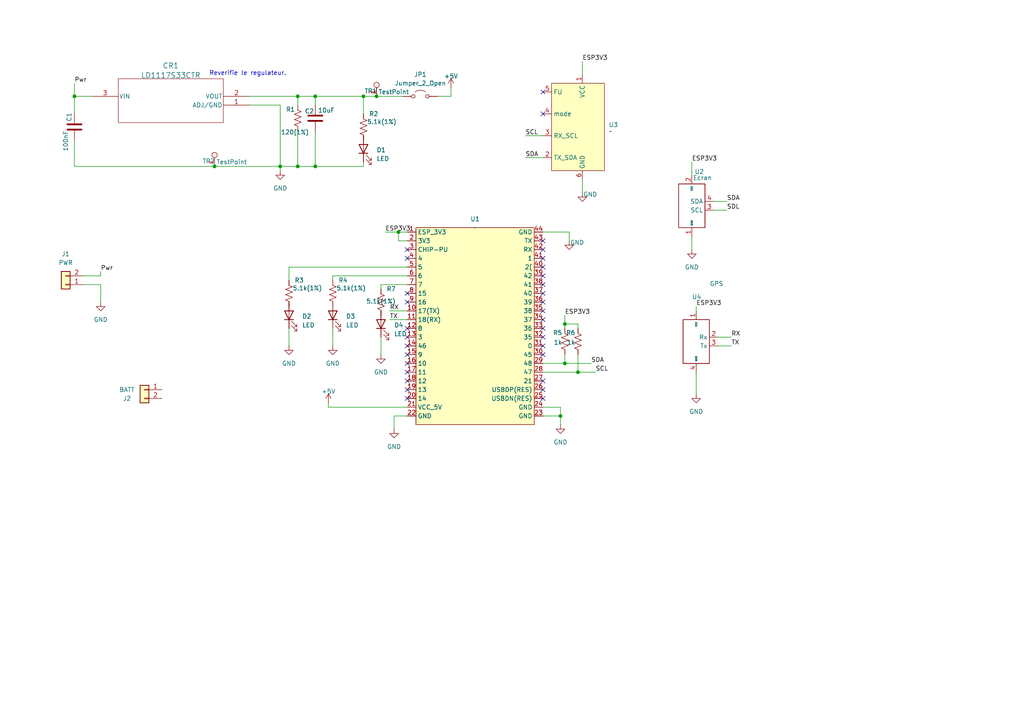
<source format=kicad_sch>
(kicad_sch
	(version 20231120)
	(generator "eeschema")
	(generator_version "8.0")
	(uuid "8edd912f-271f-4075-9a99-7b6dbfb416e0")
	(paper "A4")
	(lib_symbols
		(symbol "2025-01-27_14-31-47:LD1117S33CTR"
			(pin_names
				(offset 0.254)
			)
			(exclude_from_sim no)
			(in_bom yes)
			(on_board yes)
			(property "Reference" "CR"
				(at 22.86 10.16 0)
				(effects
					(font
						(size 1.524 1.524)
					)
				)
			)
			(property "Value" "LD1117S33CTR"
				(at 22.86 7.62 0)
				(effects
					(font
						(size 1.524 1.524)
					)
				)
			)
			(property "Footprint" "SOT-223_STM"
				(at 0 0 0)
				(effects
					(font
						(size 1.27 1.27)
						(italic yes)
					)
					(hide yes)
				)
			)
			(property "Datasheet" "LD1117S33CTR"
				(at 0 0 0)
				(effects
					(font
						(size 1.27 1.27)
						(italic yes)
					)
					(hide yes)
				)
			)
			(property "Description" ""
				(at 0 0 0)
				(effects
					(font
						(size 1.27 1.27)
					)
					(hide yes)
				)
			)
			(property "ki_locked" ""
				(at 0 0 0)
				(effects
					(font
						(size 1.27 1.27)
					)
				)
			)
			(property "ki_keywords" "LD1117S33CTR"
				(at 0 0 0)
				(effects
					(font
						(size 1.27 1.27)
					)
					(hide yes)
				)
			)
			(property "ki_fp_filters" "SOT-223_STM SOT-223_STM-M SOT-223_STM-L"
				(at 0 0 0)
				(effects
					(font
						(size 1.27 1.27)
					)
					(hide yes)
				)
			)
			(symbol "LD1117S33CTR_0_1"
				(polyline
					(pts
						(xy 7.62 -7.62) (xy 38.1 -7.62)
					)
					(stroke
						(width 0.127)
						(type default)
					)
					(fill
						(type none)
					)
				)
				(polyline
					(pts
						(xy 7.62 5.08) (xy 7.62 -7.62)
					)
					(stroke
						(width 0.127)
						(type default)
					)
					(fill
						(type none)
					)
				)
				(polyline
					(pts
						(xy 38.1 -7.62) (xy 38.1 5.08)
					)
					(stroke
						(width 0.127)
						(type default)
					)
					(fill
						(type none)
					)
				)
				(polyline
					(pts
						(xy 38.1 5.08) (xy 7.62 5.08)
					)
					(stroke
						(width 0.127)
						(type default)
					)
					(fill
						(type none)
					)
				)
				(pin power_out line
					(at 0 0 0)
					(length 7.62)
					(name "ADJ/GND"
						(effects
							(font
								(size 1.27 1.27)
							)
						)
					)
					(number "1"
						(effects
							(font
								(size 1.27 1.27)
							)
						)
					)
				)
				(pin power_in line
					(at 0 -2.54 0)
					(length 7.62)
					(name "VOUT"
						(effects
							(font
								(size 1.27 1.27)
							)
						)
					)
					(number "2"
						(effects
							(font
								(size 1.27 1.27)
							)
						)
					)
				)
				(pin power_in line
					(at 45.72 -2.54 180)
					(length 7.62)
					(name "VIN"
						(effects
							(font
								(size 1.27 1.27)
							)
						)
					)
					(number "3"
						(effects
							(font
								(size 1.27 1.27)
							)
						)
					)
				)
			)
		)
		(symbol "Connector:TestPoint"
			(pin_names
				(offset 0.762) hide)
			(exclude_from_sim no)
			(in_bom yes)
			(on_board yes)
			(property "Reference" "TP"
				(at 0 6.858 0)
				(effects
					(font
						(size 1.27 1.27)
					)
				)
			)
			(property "Value" "TestPoint"
				(at 0 5.08 0)
				(effects
					(font
						(size 1.27 1.27)
					)
				)
			)
			(property "Footprint" ""
				(at 5.08 0 0)
				(effects
					(font
						(size 1.27 1.27)
					)
					(hide yes)
				)
			)
			(property "Datasheet" "~"
				(at 5.08 0 0)
				(effects
					(font
						(size 1.27 1.27)
					)
					(hide yes)
				)
			)
			(property "Description" "test point"
				(at 0 0 0)
				(effects
					(font
						(size 1.27 1.27)
					)
					(hide yes)
				)
			)
			(property "ki_keywords" "test point tp"
				(at 0 0 0)
				(effects
					(font
						(size 1.27 1.27)
					)
					(hide yes)
				)
			)
			(property "ki_fp_filters" "Pin* Test*"
				(at 0 0 0)
				(effects
					(font
						(size 1.27 1.27)
					)
					(hide yes)
				)
			)
			(symbol "TestPoint_0_1"
				(circle
					(center 0 3.302)
					(radius 0.762)
					(stroke
						(width 0)
						(type default)
					)
					(fill
						(type none)
					)
				)
			)
			(symbol "TestPoint_1_1"
				(pin passive line
					(at 0 0 90)
					(length 2.54)
					(name "1"
						(effects
							(font
								(size 1.27 1.27)
							)
						)
					)
					(number "1"
						(effects
							(font
								(size 1.27 1.27)
							)
						)
					)
				)
			)
		)
		(symbol "Connector_Generic:Conn_01x02"
			(pin_names
				(offset 1.016) hide)
			(exclude_from_sim no)
			(in_bom yes)
			(on_board yes)
			(property "Reference" "J"
				(at 0 2.54 0)
				(effects
					(font
						(size 1.27 1.27)
					)
				)
			)
			(property "Value" "Conn_01x02"
				(at 0 -5.08 0)
				(effects
					(font
						(size 1.27 1.27)
					)
				)
			)
			(property "Footprint" ""
				(at 0 0 0)
				(effects
					(font
						(size 1.27 1.27)
					)
					(hide yes)
				)
			)
			(property "Datasheet" "~"
				(at 0 0 0)
				(effects
					(font
						(size 1.27 1.27)
					)
					(hide yes)
				)
			)
			(property "Description" "Generic connector, single row, 01x02, script generated (kicad-library-utils/schlib/autogen/connector/)"
				(at 0 0 0)
				(effects
					(font
						(size 1.27 1.27)
					)
					(hide yes)
				)
			)
			(property "ki_keywords" "connector"
				(at 0 0 0)
				(effects
					(font
						(size 1.27 1.27)
					)
					(hide yes)
				)
			)
			(property "ki_fp_filters" "Connector*:*_1x??_*"
				(at 0 0 0)
				(effects
					(font
						(size 1.27 1.27)
					)
					(hide yes)
				)
			)
			(symbol "Conn_01x02_1_1"
				(rectangle
					(start -1.27 -2.413)
					(end 0 -2.667)
					(stroke
						(width 0.1524)
						(type default)
					)
					(fill
						(type none)
					)
				)
				(rectangle
					(start -1.27 0.127)
					(end 0 -0.127)
					(stroke
						(width 0.1524)
						(type default)
					)
					(fill
						(type none)
					)
				)
				(rectangle
					(start -1.27 1.27)
					(end 1.27 -3.81)
					(stroke
						(width 0.254)
						(type default)
					)
					(fill
						(type background)
					)
				)
				(pin passive line
					(at -5.08 0 0)
					(length 3.81)
					(name "Pin_1"
						(effects
							(font
								(size 1.27 1.27)
							)
						)
					)
					(number "1"
						(effects
							(font
								(size 1.27 1.27)
							)
						)
					)
				)
				(pin passive line
					(at -5.08 -2.54 0)
					(length 3.81)
					(name "Pin_2"
						(effects
							(font
								(size 1.27 1.27)
							)
						)
					)
					(number "2"
						(effects
							(font
								(size 1.27 1.27)
							)
						)
					)
				)
			)
		)
		(symbol "Device:C"
			(pin_numbers hide)
			(pin_names
				(offset 0.254)
			)
			(exclude_from_sim no)
			(in_bom yes)
			(on_board yes)
			(property "Reference" "C"
				(at 0.635 2.54 0)
				(effects
					(font
						(size 1.27 1.27)
					)
					(justify left)
				)
			)
			(property "Value" "C"
				(at 0.635 -2.54 0)
				(effects
					(font
						(size 1.27 1.27)
					)
					(justify left)
				)
			)
			(property "Footprint" ""
				(at 0.9652 -3.81 0)
				(effects
					(font
						(size 1.27 1.27)
					)
					(hide yes)
				)
			)
			(property "Datasheet" "~"
				(at 0 0 0)
				(effects
					(font
						(size 1.27 1.27)
					)
					(hide yes)
				)
			)
			(property "Description" "Unpolarized capacitor"
				(at 0 0 0)
				(effects
					(font
						(size 1.27 1.27)
					)
					(hide yes)
				)
			)
			(property "ki_keywords" "cap capacitor"
				(at 0 0 0)
				(effects
					(font
						(size 1.27 1.27)
					)
					(hide yes)
				)
			)
			(property "ki_fp_filters" "C_*"
				(at 0 0 0)
				(effects
					(font
						(size 1.27 1.27)
					)
					(hide yes)
				)
			)
			(symbol "C_0_1"
				(polyline
					(pts
						(xy -2.032 -0.762) (xy 2.032 -0.762)
					)
					(stroke
						(width 0.508)
						(type default)
					)
					(fill
						(type none)
					)
				)
				(polyline
					(pts
						(xy -2.032 0.762) (xy 2.032 0.762)
					)
					(stroke
						(width 0.508)
						(type default)
					)
					(fill
						(type none)
					)
				)
			)
			(symbol "C_1_1"
				(pin passive line
					(at 0 3.81 270)
					(length 2.794)
					(name "~"
						(effects
							(font
								(size 1.27 1.27)
							)
						)
					)
					(number "1"
						(effects
							(font
								(size 1.27 1.27)
							)
						)
					)
				)
				(pin passive line
					(at 0 -3.81 90)
					(length 2.794)
					(name "~"
						(effects
							(font
								(size 1.27 1.27)
							)
						)
					)
					(number "2"
						(effects
							(font
								(size 1.27 1.27)
							)
						)
					)
				)
			)
		)
		(symbol "Device:LED"
			(pin_numbers hide)
			(pin_names
				(offset 1.016) hide)
			(exclude_from_sim no)
			(in_bom yes)
			(on_board yes)
			(property "Reference" "D"
				(at 0 2.54 0)
				(effects
					(font
						(size 1.27 1.27)
					)
				)
			)
			(property "Value" "LED"
				(at 0 -2.54 0)
				(effects
					(font
						(size 1.27 1.27)
					)
				)
			)
			(property "Footprint" ""
				(at 0 0 0)
				(effects
					(font
						(size 1.27 1.27)
					)
					(hide yes)
				)
			)
			(property "Datasheet" "~"
				(at 0 0 0)
				(effects
					(font
						(size 1.27 1.27)
					)
					(hide yes)
				)
			)
			(property "Description" "Light emitting diode"
				(at 0 0 0)
				(effects
					(font
						(size 1.27 1.27)
					)
					(hide yes)
				)
			)
			(property "ki_keywords" "LED diode"
				(at 0 0 0)
				(effects
					(font
						(size 1.27 1.27)
					)
					(hide yes)
				)
			)
			(property "ki_fp_filters" "LED* LED_SMD:* LED_THT:*"
				(at 0 0 0)
				(effects
					(font
						(size 1.27 1.27)
					)
					(hide yes)
				)
			)
			(symbol "LED_0_1"
				(polyline
					(pts
						(xy -1.27 -1.27) (xy -1.27 1.27)
					)
					(stroke
						(width 0.254)
						(type default)
					)
					(fill
						(type none)
					)
				)
				(polyline
					(pts
						(xy -1.27 0) (xy 1.27 0)
					)
					(stroke
						(width 0)
						(type default)
					)
					(fill
						(type none)
					)
				)
				(polyline
					(pts
						(xy 1.27 -1.27) (xy 1.27 1.27) (xy -1.27 0) (xy 1.27 -1.27)
					)
					(stroke
						(width 0.254)
						(type default)
					)
					(fill
						(type none)
					)
				)
				(polyline
					(pts
						(xy -3.048 -0.762) (xy -4.572 -2.286) (xy -3.81 -2.286) (xy -4.572 -2.286) (xy -4.572 -1.524)
					)
					(stroke
						(width 0)
						(type default)
					)
					(fill
						(type none)
					)
				)
				(polyline
					(pts
						(xy -1.778 -0.762) (xy -3.302 -2.286) (xy -2.54 -2.286) (xy -3.302 -2.286) (xy -3.302 -1.524)
					)
					(stroke
						(width 0)
						(type default)
					)
					(fill
						(type none)
					)
				)
			)
			(symbol "LED_1_1"
				(pin passive line
					(at -3.81 0 0)
					(length 2.54)
					(name "K"
						(effects
							(font
								(size 1.27 1.27)
							)
						)
					)
					(number "1"
						(effects
							(font
								(size 1.27 1.27)
							)
						)
					)
				)
				(pin passive line
					(at 3.81 0 180)
					(length 2.54)
					(name "A"
						(effects
							(font
								(size 1.27 1.27)
							)
						)
					)
					(number "2"
						(effects
							(font
								(size 1.27 1.27)
							)
						)
					)
				)
			)
		)
		(symbol "Device:R_US"
			(pin_numbers hide)
			(pin_names
				(offset 0)
			)
			(exclude_from_sim no)
			(in_bom yes)
			(on_board yes)
			(property "Reference" "R"
				(at 2.54 0 90)
				(effects
					(font
						(size 1.27 1.27)
					)
				)
			)
			(property "Value" "R_US"
				(at -2.54 0 90)
				(effects
					(font
						(size 1.27 1.27)
					)
				)
			)
			(property "Footprint" ""
				(at 1.016 -0.254 90)
				(effects
					(font
						(size 1.27 1.27)
					)
					(hide yes)
				)
			)
			(property "Datasheet" "~"
				(at 0 0 0)
				(effects
					(font
						(size 1.27 1.27)
					)
					(hide yes)
				)
			)
			(property "Description" "Resistor, US symbol"
				(at 0 0 0)
				(effects
					(font
						(size 1.27 1.27)
					)
					(hide yes)
				)
			)
			(property "ki_keywords" "R res resistor"
				(at 0 0 0)
				(effects
					(font
						(size 1.27 1.27)
					)
					(hide yes)
				)
			)
			(property "ki_fp_filters" "R_*"
				(at 0 0 0)
				(effects
					(font
						(size 1.27 1.27)
					)
					(hide yes)
				)
			)
			(symbol "R_US_0_1"
				(polyline
					(pts
						(xy 0 -2.286) (xy 0 -2.54)
					)
					(stroke
						(width 0)
						(type default)
					)
					(fill
						(type none)
					)
				)
				(polyline
					(pts
						(xy 0 2.286) (xy 0 2.54)
					)
					(stroke
						(width 0)
						(type default)
					)
					(fill
						(type none)
					)
				)
				(polyline
					(pts
						(xy 0 -0.762) (xy 1.016 -1.143) (xy 0 -1.524) (xy -1.016 -1.905) (xy 0 -2.286)
					)
					(stroke
						(width 0)
						(type default)
					)
					(fill
						(type none)
					)
				)
				(polyline
					(pts
						(xy 0 0.762) (xy 1.016 0.381) (xy 0 0) (xy -1.016 -0.381) (xy 0 -0.762)
					)
					(stroke
						(width 0)
						(type default)
					)
					(fill
						(type none)
					)
				)
				(polyline
					(pts
						(xy 0 2.286) (xy 1.016 1.905) (xy 0 1.524) (xy -1.016 1.143) (xy 0 0.762)
					)
					(stroke
						(width 0)
						(type default)
					)
					(fill
						(type none)
					)
				)
			)
			(symbol "R_US_1_1"
				(pin passive line
					(at 0 3.81 270)
					(length 1.27)
					(name "~"
						(effects
							(font
								(size 1.27 1.27)
							)
						)
					)
					(number "1"
						(effects
							(font
								(size 1.27 1.27)
							)
						)
					)
				)
				(pin passive line
					(at 0 -3.81 90)
					(length 1.27)
					(name "~"
						(effects
							(font
								(size 1.27 1.27)
							)
						)
					)
					(number "2"
						(effects
							(font
								(size 1.27 1.27)
							)
						)
					)
				)
			)
		)
		(symbol "GPS_1"
			(exclude_from_sim no)
			(in_bom yes)
			(on_board yes)
			(property "Reference" "U"
				(at 0.254 4.572 0)
				(effects
					(font
						(size 1.27 1.27)
					)
				)
			)
			(property "Value" ""
				(at 0 0 0)
				(effects
					(font
						(size 1.27 1.27)
					)
				)
			)
			(property "Footprint" ""
				(at 0 0 0)
				(effects
					(font
						(size 1.27 1.27)
					)
					(hide yes)
				)
			)
			(property "Datasheet" ""
				(at 0 0 0)
				(effects
					(font
						(size 1.27 1.27)
					)
					(hide yes)
				)
			)
			(property "Description" ""
				(at 0 0 0)
				(effects
					(font
						(size 1.27 1.27)
					)
					(hide yes)
				)
			)
			(symbol "GPS_1_0_1"
				(rectangle
					(start -3.81 2.54)
					(end 3.81 -10.16)
					(stroke
						(width 0)
						(type default)
					)
					(fill
						(type none)
					)
				)
				(rectangle
					(start -3.81 2.54)
					(end 3.81 -10.16)
					(stroke
						(width 0)
						(type default)
					)
					(fill
						(type none)
					)
				)
			)
			(symbol "GPS_1_1_1"
				(pin power_in line
					(at 0 5.08 270)
					(length 2.54)
					(name "VCC"
						(effects
							(font
								(size 0.508 0.508)
							)
						)
					)
					(number "1"
						(effects
							(font
								(size 1.27 1.27)
							)
						)
					)
				)
				(pin bidirectional line
					(at 6.35 -2.54 180)
					(length 2.54)
					(name "Rx"
						(effects
							(font
								(size 1.27 1.27)
							)
						)
					)
					(number "2"
						(effects
							(font
								(size 1.27 1.27)
							)
						)
					)
				)
				(pin input line
					(at 6.35 -5.08 180)
					(length 2.54)
					(name "Tx"
						(effects
							(font
								(size 1.27 1.27)
							)
						)
					)
					(number "3"
						(effects
							(font
								(size 1.27 1.27)
							)
						)
					)
				)
				(pin power_in line
					(at 0 -12.7 90)
					(length 2.54)
					(name "GND"
						(effects
							(font
								(size 0.508 0.508)
							)
						)
					)
					(number "4"
						(effects
							(font
								(size 1.27 1.27)
							)
						)
					)
				)
			)
		)
		(symbol "Jumper:Jumper_2_Open"
			(pin_numbers hide)
			(pin_names
				(offset 0) hide)
			(exclude_from_sim yes)
			(in_bom yes)
			(on_board yes)
			(property "Reference" "JP"
				(at 0 2.794 0)
				(effects
					(font
						(size 1.27 1.27)
					)
				)
			)
			(property "Value" "Jumper_2_Open"
				(at 0 -2.286 0)
				(effects
					(font
						(size 1.27 1.27)
					)
				)
			)
			(property "Footprint" ""
				(at 0 0 0)
				(effects
					(font
						(size 1.27 1.27)
					)
					(hide yes)
				)
			)
			(property "Datasheet" "~"
				(at 0 0 0)
				(effects
					(font
						(size 1.27 1.27)
					)
					(hide yes)
				)
			)
			(property "Description" "Jumper, 2-pole, open"
				(at 0 0 0)
				(effects
					(font
						(size 1.27 1.27)
					)
					(hide yes)
				)
			)
			(property "ki_keywords" "Jumper SPST"
				(at 0 0 0)
				(effects
					(font
						(size 1.27 1.27)
					)
					(hide yes)
				)
			)
			(property "ki_fp_filters" "Jumper* TestPoint*2Pads* TestPoint*Bridge*"
				(at 0 0 0)
				(effects
					(font
						(size 1.27 1.27)
					)
					(hide yes)
				)
			)
			(symbol "Jumper_2_Open_0_0"
				(circle
					(center -2.032 0)
					(radius 0.508)
					(stroke
						(width 0)
						(type default)
					)
					(fill
						(type none)
					)
				)
				(circle
					(center 2.032 0)
					(radius 0.508)
					(stroke
						(width 0)
						(type default)
					)
					(fill
						(type none)
					)
				)
			)
			(symbol "Jumper_2_Open_0_1"
				(arc
					(start 1.524 1.27)
					(mid 0 1.778)
					(end -1.524 1.27)
					(stroke
						(width 0)
						(type default)
					)
					(fill
						(type none)
					)
				)
			)
			(symbol "Jumper_2_Open_1_1"
				(pin passive line
					(at -5.08 0 0)
					(length 2.54)
					(name "A"
						(effects
							(font
								(size 1.27 1.27)
							)
						)
					)
					(number "1"
						(effects
							(font
								(size 1.27 1.27)
							)
						)
					)
				)
				(pin passive line
					(at 5.08 0 180)
					(length 2.54)
					(name "B"
						(effects
							(font
								(size 1.27 1.27)
							)
						)
					)
					(number "2"
						(effects
							(font
								(size 1.27 1.27)
							)
						)
					)
				)
			)
		)
		(symbol "Notrelibrairie:CMPS12"
			(exclude_from_sim no)
			(in_bom yes)
			(on_board yes)
			(property "Reference" "U"
				(at 0.762 9.906 0)
				(effects
					(font
						(size 1.27 1.27)
					)
				)
			)
			(property "Value" ""
				(at 0 0 0)
				(effects
					(font
						(size 1.27 1.27)
					)
				)
			)
			(property "Footprint" ""
				(at 0 0 0)
				(effects
					(font
						(size 1.27 1.27)
					)
					(hide yes)
				)
			)
			(property "Datasheet" ""
				(at 0 0 0)
				(effects
					(font
						(size 1.27 1.27)
					)
					(hide yes)
				)
			)
			(property "Description" ""
				(at 0 0 0)
				(effects
					(font
						(size 1.27 1.27)
					)
					(hide yes)
				)
			)
			(symbol "CMPS12_1_1"
				(rectangle
					(start -5.08 5.08)
					(end 10.16 -20.32)
					(stroke
						(width 0)
						(type default)
					)
					(fill
						(type background)
					)
				)
				(pin input line
					(at 3.81 7.62 270)
					(length 2.54)
					(name "VCC"
						(effects
							(font
								(size 1.27 1.27)
							)
						)
					)
					(number "1"
						(effects
							(font
								(size 1.27 1.27)
							)
						)
					)
				)
				(pin input line
					(at -7.62 -16.51 0)
					(length 2.54)
					(name "TX_SDA"
						(effects
							(font
								(size 1.27 1.27)
							)
						)
					)
					(number "2"
						(effects
							(font
								(size 1.27 1.27)
							)
						)
					)
				)
				(pin input line
					(at -7.62 -10.16 0)
					(length 2.54)
					(name "RX_SCL"
						(effects
							(font
								(size 1.27 1.27)
							)
						)
					)
					(number "3"
						(effects
							(font
								(size 1.27 1.27)
							)
						)
					)
				)
				(pin input line
					(at -7.62 -3.81 0)
					(length 2.54)
					(name "mode"
						(effects
							(font
								(size 1.27 1.27)
							)
						)
					)
					(number "4"
						(effects
							(font
								(size 1.27 1.27)
							)
						)
					)
				)
				(pin input line
					(at -7.62 2.54 0)
					(length 2.54)
					(name "FU"
						(effects
							(font
								(size 1.27 1.27)
							)
						)
					)
					(number "5"
						(effects
							(font
								(size 1.27 1.27)
							)
						)
					)
				)
				(pin input line
					(at 3.81 -22.86 90)
					(length 2.54)
					(name "GND"
						(effects
							(font
								(size 1.27 1.27)
							)
						)
					)
					(number "6"
						(effects
							(font
								(size 1.27 1.27)
							)
						)
					)
				)
			)
		)
		(symbol "maLibrairie:Ecran"
			(exclude_from_sim no)
			(in_bom yes)
			(on_board yes)
			(property "Reference" "U"
				(at 0.508 3.81 0)
				(effects
					(font
						(size 1.27 1.27)
					)
				)
			)
			(property "Value" ""
				(at 0 0 0)
				(effects
					(font
						(size 1.27 1.27)
					)
				)
			)
			(property "Footprint" ""
				(at 0 0 0)
				(effects
					(font
						(size 1.27 1.27)
					)
					(hide yes)
				)
			)
			(property "Datasheet" ""
				(at 0 0 0)
				(effects
					(font
						(size 1.27 1.27)
					)
					(hide yes)
				)
			)
			(property "Description" ""
				(at 0 0 0)
				(effects
					(font
						(size 1.27 1.27)
					)
					(hide yes)
				)
			)
			(symbol "Ecran_0_1"
				(rectangle
					(start -3.81 1.27)
					(end 3.81 -11.43)
					(stroke
						(width 0)
						(type default)
					)
					(fill
						(type none)
					)
				)
				(rectangle
					(start -3.81 1.27)
					(end 3.81 -11.43)
					(stroke
						(width 0)
						(type default)
					)
					(fill
						(type none)
					)
				)
			)
			(symbol "Ecran_1_1"
				(pin power_in line
					(at 0 -13.97 90)
					(length 2.54)
					(name "GND"
						(effects
							(font
								(size 0.508 0.508)
							)
						)
					)
					(number "1"
						(effects
							(font
								(size 1.27 1.27)
							)
						)
					)
				)
				(pin power_in line
					(at 0 3.81 270)
					(length 2.54)
					(name "VCC"
						(effects
							(font
								(size 0.508 0.508)
							)
						)
					)
					(number "2"
						(effects
							(font
								(size 1.27 1.27)
							)
						)
					)
				)
				(pin input line
					(at 6.35 -6.35 180)
					(length 2.54)
					(name "SCL"
						(effects
							(font
								(size 1.27 1.27)
							)
						)
					)
					(number "3"
						(effects
							(font
								(size 1.27 1.27)
							)
						)
					)
				)
				(pin bidirectional line
					(at 6.35 -3.81 180)
					(length 2.54)
					(name "SDA"
						(effects
							(font
								(size 1.27 1.27)
							)
						)
					)
					(number "4"
						(effects
							(font
								(size 1.27 1.27)
							)
						)
					)
				)
			)
		)
		(symbol "maLibrairie:Monesp2"
			(exclude_from_sim no)
			(in_bom yes)
			(on_board yes)
			(property "Reference" "U"
				(at -0.508 19.05 0)
				(effects
					(font
						(size 1.27 1.27)
					)
				)
			)
			(property "Value" ""
				(at 0 12.7 0)
				(effects
					(font
						(size 1.27 1.27)
					)
				)
			)
			(property "Footprint" ""
				(at 0 12.7 0)
				(effects
					(font
						(size 1.27 1.27)
					)
					(hide yes)
				)
			)
			(property "Datasheet" ""
				(at 0 12.7 0)
				(effects
					(font
						(size 1.27 1.27)
					)
					(hide yes)
				)
			)
			(property "Description" ""
				(at 0 12.7 0)
				(effects
					(font
						(size 1.27 1.27)
					)
					(hide yes)
				)
			)
			(symbol "Monesp2_0_1"
				(rectangle
					(start -16.51 15.24)
					(end 17.78 -41.91)
					(stroke
						(width 0)
						(type default)
					)
					(fill
						(type none)
					)
				)
			)
			(symbol "Monesp2_1_1"
				(rectangle
					(start -16.51 15.24)
					(end 17.78 -41.91)
					(stroke
						(width 0)
						(type default)
					)
					(fill
						(type background)
					)
				)
				(pin power_out line
					(at -19.05 13.97 0)
					(length 2.54)
					(name "ESP_3V3"
						(effects
							(font
								(size 1.27 1.27)
							)
						)
					)
					(number "1"
						(effects
							(font
								(size 1.27 1.27)
							)
						)
					)
				)
				(pin bidirectional line
					(at -19.05 -8.89 0)
					(length 2.54)
					(name "17(TX)"
						(effects
							(font
								(size 1.27 1.27)
							)
						)
					)
					(number "10"
						(effects
							(font
								(size 1.27 1.27)
							)
						)
					)
				)
				(pin bidirectional line
					(at -19.05 -11.43 0)
					(length 2.54)
					(name "18(RX)"
						(effects
							(font
								(size 1.27 1.27)
							)
						)
					)
					(number "11"
						(effects
							(font
								(size 1.27 1.27)
							)
						)
					)
				)
				(pin bidirectional line
					(at -19.05 -13.97 0)
					(length 2.54)
					(name "8"
						(effects
							(font
								(size 1.27 1.27)
							)
						)
					)
					(number "12"
						(effects
							(font
								(size 1.27 1.27)
							)
						)
					)
				)
				(pin bidirectional line
					(at -19.05 -16.51 0)
					(length 2.54)
					(name "3"
						(effects
							(font
								(size 1.27 1.27)
							)
						)
					)
					(number "13"
						(effects
							(font
								(size 1.27 1.27)
							)
						)
					)
				)
				(pin bidirectional line
					(at -19.05 -19.05 0)
					(length 2.54)
					(name "46"
						(effects
							(font
								(size 1.27 1.27)
							)
						)
					)
					(number "14"
						(effects
							(font
								(size 1.27 1.27)
							)
						)
					)
				)
				(pin bidirectional line
					(at -19.05 -21.59 0)
					(length 2.54)
					(name "9"
						(effects
							(font
								(size 1.27 1.27)
							)
						)
					)
					(number "15"
						(effects
							(font
								(size 1.27 1.27)
							)
						)
					)
				)
				(pin bidirectional line
					(at -19.05 -24.13 0)
					(length 2.54)
					(name "10"
						(effects
							(font
								(size 1.27 1.27)
							)
						)
					)
					(number "16"
						(effects
							(font
								(size 1.27 1.27)
							)
						)
					)
				)
				(pin bidirectional line
					(at -19.05 -26.67 0)
					(length 2.54)
					(name "11"
						(effects
							(font
								(size 1.27 1.27)
							)
						)
					)
					(number "17"
						(effects
							(font
								(size 1.27 1.27)
							)
						)
					)
				)
				(pin bidirectional line
					(at -19.05 -29.21 0)
					(length 2.54)
					(name "12"
						(effects
							(font
								(size 1.27 1.27)
							)
						)
					)
					(number "18"
						(effects
							(font
								(size 1.27 1.27)
							)
						)
					)
				)
				(pin bidirectional line
					(at -19.05 -31.75 0)
					(length 2.54)
					(name "13"
						(effects
							(font
								(size 1.27 1.27)
							)
						)
					)
					(number "19"
						(effects
							(font
								(size 1.27 1.27)
							)
						)
					)
				)
				(pin power_out line
					(at -19.05 11.43 0)
					(length 2.54)
					(name "3V3"
						(effects
							(font
								(size 1.27 1.27)
							)
						)
					)
					(number "2"
						(effects
							(font
								(size 1.27 1.27)
							)
						)
					)
				)
				(pin bidirectional line
					(at -19.05 -34.29 0)
					(length 2.54)
					(name "14"
						(effects
							(font
								(size 1.27 1.27)
							)
						)
					)
					(number "20"
						(effects
							(font
								(size 1.27 1.27)
							)
						)
					)
				)
				(pin power_in line
					(at -19.05 -36.83 0)
					(length 2.54)
					(name "VCC_5V"
						(effects
							(font
								(size 1.27 1.27)
							)
						)
					)
					(number "21"
						(effects
							(font
								(size 1.27 1.27)
							)
						)
					)
				)
				(pin power_in line
					(at -19.05 -39.37 0)
					(length 2.54)
					(name "GND"
						(effects
							(font
								(size 1.27 1.27)
							)
						)
					)
					(number "22"
						(effects
							(font
								(size 1.27 1.27)
							)
						)
					)
				)
				(pin bidirectional line
					(at 20.32 -39.37 180)
					(length 2.54)
					(name "GND"
						(effects
							(font
								(size 1.27 1.27)
							)
						)
					)
					(number "23"
						(effects
							(font
								(size 1.27 1.27)
							)
						)
					)
				)
				(pin bidirectional line
					(at 20.32 -36.83 180)
					(length 2.54)
					(name "GND"
						(effects
							(font
								(size 1.27 1.27)
							)
						)
					)
					(number "24"
						(effects
							(font
								(size 1.27 1.27)
							)
						)
					)
				)
				(pin bidirectional line
					(at 20.32 -34.29 180)
					(length 2.54)
					(name "USBDN(RES)"
						(effects
							(font
								(size 1.27 1.27)
							)
						)
					)
					(number "25"
						(effects
							(font
								(size 1.27 1.27)
							)
						)
					)
				)
				(pin bidirectional line
					(at 20.32 -31.75 180)
					(length 2.54)
					(name "USBDP(RES)"
						(effects
							(font
								(size 1.27 1.27)
							)
						)
					)
					(number "26"
						(effects
							(font
								(size 1.27 1.27)
							)
						)
					)
				)
				(pin bidirectional line
					(at 20.32 -29.21 180)
					(length 2.54)
					(name "21"
						(effects
							(font
								(size 1.27 1.27)
							)
						)
					)
					(number "27"
						(effects
							(font
								(size 1.27 1.27)
							)
						)
					)
				)
				(pin bidirectional line
					(at 20.32 -26.67 180)
					(length 2.54)
					(name "47"
						(effects
							(font
								(size 1.27 1.27)
							)
						)
					)
					(number "28"
						(effects
							(font
								(size 1.27 1.27)
							)
						)
					)
				)
				(pin bidirectional line
					(at 20.32 -24.13 180)
					(length 2.54)
					(name "48"
						(effects
							(font
								(size 1.27 1.27)
							)
						)
					)
					(number "29"
						(effects
							(font
								(size 1.27 1.27)
							)
						)
					)
				)
				(pin bidirectional line
					(at -19.05 8.89 0)
					(length 2.54)
					(name "CHiP-PU"
						(effects
							(font
								(size 1.27 1.27)
							)
						)
					)
					(number "3"
						(effects
							(font
								(size 1.27 1.27)
							)
						)
					)
				)
				(pin bidirectional line
					(at 20.32 -21.59 180)
					(length 2.54)
					(name "45"
						(effects
							(font
								(size 1.27 1.27)
							)
						)
					)
					(number "30"
						(effects
							(font
								(size 1.27 1.27)
							)
						)
					)
				)
				(pin bidirectional line
					(at 20.32 -19.05 180)
					(length 2.54)
					(name "0"
						(effects
							(font
								(size 1.27 1.27)
							)
						)
					)
					(number "31"
						(effects
							(font
								(size 1.27 1.27)
							)
						)
					)
				)
				(pin bidirectional line
					(at 20.32 -16.51 180)
					(length 2.54)
					(name "35"
						(effects
							(font
								(size 1.27 1.27)
							)
						)
					)
					(number "32"
						(effects
							(font
								(size 1.27 1.27)
							)
						)
					)
				)
				(pin bidirectional line
					(at 20.32 -13.97 180)
					(length 2.54)
					(name "36"
						(effects
							(font
								(size 1.27 1.27)
							)
						)
					)
					(number "33"
						(effects
							(font
								(size 1.27 1.27)
							)
						)
					)
				)
				(pin bidirectional line
					(at 20.32 -11.43 180)
					(length 2.54)
					(name "37"
						(effects
							(font
								(size 1.27 1.27)
							)
						)
					)
					(number "34"
						(effects
							(font
								(size 1.27 1.27)
							)
						)
					)
				)
				(pin bidirectional line
					(at 20.32 -8.89 180)
					(length 2.54)
					(name "38"
						(effects
							(font
								(size 1.27 1.27)
							)
						)
					)
					(number "35"
						(effects
							(font
								(size 1.27 1.27)
							)
						)
					)
				)
				(pin bidirectional line
					(at 20.32 -6.35 180)
					(length 2.54)
					(name "39"
						(effects
							(font
								(size 1.27 1.27)
							)
						)
					)
					(number "36"
						(effects
							(font
								(size 1.27 1.27)
							)
						)
					)
				)
				(pin bidirectional line
					(at 20.32 -3.81 180)
					(length 2.54)
					(name "40"
						(effects
							(font
								(size 1.27 1.27)
							)
						)
					)
					(number "37"
						(effects
							(font
								(size 1.27 1.27)
							)
						)
					)
				)
				(pin bidirectional line
					(at 20.32 -1.27 180)
					(length 2.54)
					(name "41"
						(effects
							(font
								(size 1.27 1.27)
							)
						)
					)
					(number "38"
						(effects
							(font
								(size 1.27 1.27)
							)
						)
					)
				)
				(pin bidirectional line
					(at 20.32 1.27 180)
					(length 2.54)
					(name "42"
						(effects
							(font
								(size 1.27 1.27)
							)
						)
					)
					(number "39"
						(effects
							(font
								(size 1.27 1.27)
							)
						)
					)
				)
				(pin bidirectional line
					(at -19.05 6.35 0)
					(length 2.54)
					(name "4"
						(effects
							(font
								(size 1.27 1.27)
							)
						)
					)
					(number "4"
						(effects
							(font
								(size 1.27 1.27)
							)
						)
					)
				)
				(pin bidirectional line
					(at 20.32 3.81 180)
					(length 2.54)
					(name "2("
						(effects
							(font
								(size 1.27 1.27)
							)
						)
					)
					(number "40"
						(effects
							(font
								(size 1.27 1.27)
							)
						)
					)
				)
				(pin bidirectional line
					(at 20.32 6.35 180)
					(length 2.54)
					(name "1"
						(effects
							(font
								(size 1.27 1.27)
							)
						)
					)
					(number "41"
						(effects
							(font
								(size 1.27 1.27)
							)
						)
					)
				)
				(pin bidirectional line
					(at 20.32 8.89 180)
					(length 2.54)
					(name "RX"
						(effects
							(font
								(size 1.27 1.27)
							)
						)
					)
					(number "42"
						(effects
							(font
								(size 1.27 1.27)
							)
						)
					)
				)
				(pin bidirectional line
					(at 20.32 11.43 180)
					(length 2.54)
					(name "TX"
						(effects
							(font
								(size 1.27 1.27)
							)
						)
					)
					(number "43"
						(effects
							(font
								(size 1.27 1.27)
							)
						)
					)
				)
				(pin power_in line
					(at 20.32 13.97 180)
					(length 2.54)
					(name "GND"
						(effects
							(font
								(size 1.27 1.27)
							)
						)
					)
					(number "44"
						(effects
							(font
								(size 1.27 1.27)
							)
						)
					)
				)
				(pin bidirectional line
					(at -19.05 3.81 0)
					(length 2.54)
					(name "5"
						(effects
							(font
								(size 1.27 1.27)
							)
						)
					)
					(number "5"
						(effects
							(font
								(size 1.27 1.27)
							)
						)
					)
				)
				(pin bidirectional line
					(at -19.05 1.27 0)
					(length 2.54)
					(name "6"
						(effects
							(font
								(size 1.27 1.27)
							)
						)
					)
					(number "6"
						(effects
							(font
								(size 1.27 1.27)
							)
						)
					)
				)
				(pin bidirectional line
					(at -19.05 -1.27 0)
					(length 2.54)
					(name "7"
						(effects
							(font
								(size 1.27 1.27)
							)
						)
					)
					(number "7"
						(effects
							(font
								(size 1.27 1.27)
							)
						)
					)
				)
				(pin bidirectional line
					(at -19.05 -3.81 0)
					(length 2.54)
					(name "15"
						(effects
							(font
								(size 1.27 1.27)
							)
						)
					)
					(number "8"
						(effects
							(font
								(size 1.27 1.27)
							)
						)
					)
				)
				(pin bidirectional line
					(at -19.05 -6.35 0)
					(length 2.54)
					(name "16"
						(effects
							(font
								(size 1.27 1.27)
							)
						)
					)
					(number "9"
						(effects
							(font
								(size 1.27 1.27)
							)
						)
					)
				)
			)
		)
		(symbol "power:+5V"
			(power)
			(pin_numbers hide)
			(pin_names
				(offset 0) hide)
			(exclude_from_sim no)
			(in_bom yes)
			(on_board yes)
			(property "Reference" "#PWR"
				(at 0 -3.81 0)
				(effects
					(font
						(size 1.27 1.27)
					)
					(hide yes)
				)
			)
			(property "Value" "+5V"
				(at 0 3.556 0)
				(effects
					(font
						(size 1.27 1.27)
					)
				)
			)
			(property "Footprint" ""
				(at 0 0 0)
				(effects
					(font
						(size 1.27 1.27)
					)
					(hide yes)
				)
			)
			(property "Datasheet" ""
				(at 0 0 0)
				(effects
					(font
						(size 1.27 1.27)
					)
					(hide yes)
				)
			)
			(property "Description" "Power symbol creates a global label with name \"+5V\""
				(at 0 0 0)
				(effects
					(font
						(size 1.27 1.27)
					)
					(hide yes)
				)
			)
			(property "ki_keywords" "global power"
				(at 0 0 0)
				(effects
					(font
						(size 1.27 1.27)
					)
					(hide yes)
				)
			)
			(symbol "+5V_0_1"
				(polyline
					(pts
						(xy -0.762 1.27) (xy 0 2.54)
					)
					(stroke
						(width 0)
						(type default)
					)
					(fill
						(type none)
					)
				)
				(polyline
					(pts
						(xy 0 0) (xy 0 2.54)
					)
					(stroke
						(width 0)
						(type default)
					)
					(fill
						(type none)
					)
				)
				(polyline
					(pts
						(xy 0 2.54) (xy 0.762 1.27)
					)
					(stroke
						(width 0)
						(type default)
					)
					(fill
						(type none)
					)
				)
			)
			(symbol "+5V_1_1"
				(pin power_in line
					(at 0 0 90)
					(length 0)
					(name "~"
						(effects
							(font
								(size 1.27 1.27)
							)
						)
					)
					(number "1"
						(effects
							(font
								(size 1.27 1.27)
							)
						)
					)
				)
			)
		)
		(symbol "power:GND"
			(power)
			(pin_numbers hide)
			(pin_names
				(offset 0) hide)
			(exclude_from_sim no)
			(in_bom yes)
			(on_board yes)
			(property "Reference" "#PWR"
				(at 0 -6.35 0)
				(effects
					(font
						(size 1.27 1.27)
					)
					(hide yes)
				)
			)
			(property "Value" "GND"
				(at 0 -3.81 0)
				(effects
					(font
						(size 1.27 1.27)
					)
				)
			)
			(property "Footprint" ""
				(at 0 0 0)
				(effects
					(font
						(size 1.27 1.27)
					)
					(hide yes)
				)
			)
			(property "Datasheet" ""
				(at 0 0 0)
				(effects
					(font
						(size 1.27 1.27)
					)
					(hide yes)
				)
			)
			(property "Description" "Power symbol creates a global label with name \"GND\" , ground"
				(at 0 0 0)
				(effects
					(font
						(size 1.27 1.27)
					)
					(hide yes)
				)
			)
			(property "ki_keywords" "global power"
				(at 0 0 0)
				(effects
					(font
						(size 1.27 1.27)
					)
					(hide yes)
				)
			)
			(symbol "GND_0_1"
				(polyline
					(pts
						(xy 0 0) (xy 0 -1.27) (xy 1.27 -1.27) (xy 0 -2.54) (xy -1.27 -1.27) (xy 0 -1.27)
					)
					(stroke
						(width 0)
						(type default)
					)
					(fill
						(type none)
					)
				)
			)
			(symbol "GND_1_1"
				(pin power_in line
					(at 0 0 270)
					(length 0)
					(name "~"
						(effects
							(font
								(size 1.27 1.27)
							)
						)
					)
					(number "1"
						(effects
							(font
								(size 1.27 1.27)
							)
						)
					)
				)
			)
		)
	)
	(junction
		(at 62.23 48.26)
		(diameter 0)
		(color 0 0 0 0)
		(uuid "0df274ae-9af8-423f-840a-345b62ab0005")
	)
	(junction
		(at 91.44 48.26)
		(diameter 0)
		(color 0 0 0 0)
		(uuid "131af569-5a18-415b-a657-ada05f74d435")
	)
	(junction
		(at 109.22 27.94)
		(diameter 0)
		(color 0 0 0 0)
		(uuid "2287bef1-f7d5-418a-92a0-7ddcaba4f0d0")
	)
	(junction
		(at 162.56 120.65)
		(diameter 0)
		(color 0 0 0 0)
		(uuid "300df9d7-eda7-47a6-ad8a-200a8abf6fd3")
	)
	(junction
		(at 163.83 105.41)
		(diameter 0)
		(color 0 0 0 0)
		(uuid "30a74c4b-ee77-407e-8c85-0ccabba16261")
	)
	(junction
		(at 115.57 67.31)
		(diameter 0)
		(color 0 0 0 0)
		(uuid "557f7dbd-c6a9-447b-8991-c83dc6dc1149")
	)
	(junction
		(at 163.83 93.98)
		(diameter 0)
		(color 0 0 0 0)
		(uuid "5e6bbe8e-a3b8-4f2f-acff-43bcd06fcbed")
	)
	(junction
		(at 81.28 48.26)
		(diameter 0)
		(color 0 0 0 0)
		(uuid "5e72fcbf-bb81-4988-9e64-8c67d288cf96")
	)
	(junction
		(at 21.59 27.94)
		(diameter 0)
		(color 0 0 0 0)
		(uuid "64031c0d-30fd-41a6-9fbd-5de6ce09e6b8")
	)
	(junction
		(at 86.36 48.26)
		(diameter 0)
		(color 0 0 0 0)
		(uuid "67b8e962-29b0-40f1-befa-04430999d3d3")
	)
	(junction
		(at 86.36 27.94)
		(diameter 0)
		(color 0 0 0 0)
		(uuid "718304d3-d944-4f52-860d-b8bd5653620b")
	)
	(junction
		(at 91.44 27.94)
		(diameter 0)
		(color 0 0 0 0)
		(uuid "ad98ea55-a6fe-412b-bc9c-3b07ea5cb021")
	)
	(junction
		(at 167.64 107.95)
		(diameter 0)
		(color 0 0 0 0)
		(uuid "b971a23b-91f1-4697-8a8a-811874368394")
	)
	(junction
		(at 105.41 27.94)
		(diameter 0)
		(color 0 0 0 0)
		(uuid "bdb847a5-4521-4b6c-9d9a-d6a68ae23870")
	)
	(no_connect
		(at 118.11 97.79)
		(uuid "03606327-818f-4dd8-9b4b-ed816dc0f3ea")
	)
	(no_connect
		(at 157.48 87.63)
		(uuid "282da62d-a245-45ba-950f-a522fb5f2051")
	)
	(no_connect
		(at 157.48 110.49)
		(uuid "2bf5d8b8-78f3-4fd0-bc62-6f130a8ced6c")
	)
	(no_connect
		(at 118.11 102.87)
		(uuid "36714d1f-96e8-4c80-91fc-1edf346d26f4")
	)
	(no_connect
		(at 118.11 100.33)
		(uuid "3b3d233f-35f4-441e-b995-fbd7e1070bb1")
	)
	(no_connect
		(at 157.48 82.55)
		(uuid "4eeeccf1-e4c4-471f-b459-a425e3f76c0b")
	)
	(no_connect
		(at 118.11 87.63)
		(uuid "60e498bb-7315-4e94-8625-d30e31da9d66")
	)
	(no_connect
		(at 157.48 102.87)
		(uuid "62f05b1a-5e51-486c-a254-09a4a18297ce")
	)
	(no_connect
		(at 157.48 26.67)
		(uuid "6432644a-8e25-4c84-a407-5ce117e78236")
	)
	(no_connect
		(at 118.11 95.25)
		(uuid "6a33bf72-8626-46c9-98da-5ea2ea41e2f3")
	)
	(no_connect
		(at 157.48 97.79)
		(uuid "6bfa4c39-6cc5-4d2c-bd81-2f68e59e2d71")
	)
	(no_connect
		(at 157.48 72.39)
		(uuid "72e7b9c3-038e-4edf-870e-288d3d49334f")
	)
	(no_connect
		(at 157.48 113.03)
		(uuid "844e47d9-9523-4d5f-bfca-3f36ac323f6f")
	)
	(no_connect
		(at 157.48 77.47)
		(uuid "9d2ac189-91d7-4814-8190-4a28700be07f")
	)
	(no_connect
		(at 118.11 113.03)
		(uuid "9d7abb54-8afc-4fb1-ae46-aa2c2fc4f4dd")
	)
	(no_connect
		(at 157.48 92.71)
		(uuid "a8045442-655f-4eb9-97e3-cabc7f1d6184")
	)
	(no_connect
		(at 157.48 85.09)
		(uuid "a92eb323-0a2c-4d63-997e-6f824e65e8a8")
	)
	(no_connect
		(at 157.48 80.01)
		(uuid "ab4518e0-0da3-4c57-bd87-55edb04fd982")
	)
	(no_connect
		(at 118.11 110.49)
		(uuid "b81d3cc1-dd28-4761-a143-63482d114756")
	)
	(no_connect
		(at 157.48 100.33)
		(uuid "b883d311-0fb8-4709-ae7a-b8b52cd6d154")
	)
	(no_connect
		(at 118.11 72.39)
		(uuid "c4e5d2be-473b-4021-b41a-e8fad8263f70")
	)
	(no_connect
		(at 157.48 74.93)
		(uuid "caa45593-b23c-4194-ad76-a295937e112d")
	)
	(no_connect
		(at 118.11 105.41)
		(uuid "cb26551b-1cc3-4f2d-8d71-aabb8e80a471")
	)
	(no_connect
		(at 118.11 115.57)
		(uuid "cd3d4d78-e75a-411e-9c64-9bbcaa079505")
	)
	(no_connect
		(at 118.11 107.95)
		(uuid "d1d177a7-dcc2-4842-b4cf-a1d3bd9ce753")
	)
	(no_connect
		(at 157.48 115.57)
		(uuid "d4837172-0046-48c8-a3c2-380a215ecabf")
	)
	(no_connect
		(at 157.48 95.25)
		(uuid "db6c0990-5f77-44f3-9a51-0890da4d1085")
	)
	(no_connect
		(at 118.11 85.09)
		(uuid "ed234483-e1fc-443e-9b61-e6c73998ecb9")
	)
	(no_connect
		(at 118.11 74.93)
		(uuid "f2884edd-c2fe-43de-86df-a51644b3c57d")
	)
	(no_connect
		(at 157.48 69.85)
		(uuid "f9a0bf6a-3726-4d17-8ecd-8b919084ac7d")
	)
	(no_connect
		(at 157.48 33.02)
		(uuid "ffe06f5f-e895-432e-9cab-c22f29342c56")
	)
	(no_connect
		(at 157.48 90.17)
		(uuid "fffd631c-4da6-4771-9f26-f5648997e928")
	)
	(wire
		(pts
			(xy 96.52 80.01) (xy 96.52 81.28)
		)
		(stroke
			(width 0)
			(type default)
		)
		(uuid "0457097e-8bdb-45da-a120-22a1014c180f")
	)
	(wire
		(pts
			(xy 152.4 39.37) (xy 157.48 39.37)
		)
		(stroke
			(width 0)
			(type default)
		)
		(uuid "052f029c-3dad-4e22-8fbb-d6bd88f3c2f6")
	)
	(wire
		(pts
			(xy 21.59 48.26) (xy 62.23 48.26)
		)
		(stroke
			(width 0)
			(type default)
		)
		(uuid "07d9b445-094d-432e-9f43-67f0d009c21f")
	)
	(wire
		(pts
			(xy 21.59 40.64) (xy 21.59 48.26)
		)
		(stroke
			(width 0)
			(type default)
		)
		(uuid "0a989d90-56b5-447c-908f-cf9db424886c")
	)
	(wire
		(pts
			(xy 208.28 97.79) (xy 212.09 97.79)
		)
		(stroke
			(width 0)
			(type default)
		)
		(uuid "0af020e8-507f-4be2-9541-a66bcad82422")
	)
	(wire
		(pts
			(xy 162.56 120.65) (xy 162.56 123.19)
		)
		(stroke
			(width 0)
			(type default)
		)
		(uuid "11c5828b-ec40-4c03-b812-7729bbabbac8")
	)
	(wire
		(pts
			(xy 29.21 82.55) (xy 29.21 87.63)
		)
		(stroke
			(width 0)
			(type default)
		)
		(uuid "1579d9bb-ba7a-4d47-aa50-d3206dfcd5f9")
	)
	(wire
		(pts
			(xy 130.81 27.94) (xy 130.81 25.4)
		)
		(stroke
			(width 0)
			(type default)
		)
		(uuid "16714d58-696d-472f-b3cd-b6df60639d40")
	)
	(wire
		(pts
			(xy 163.83 102.87) (xy 163.83 105.41)
		)
		(stroke
			(width 0)
			(type default)
		)
		(uuid "16d369dc-25d0-4d0c-be50-78cfba182ead")
	)
	(wire
		(pts
			(xy 113.03 92.71) (xy 118.11 92.71)
		)
		(stroke
			(width 0)
			(type default)
		)
		(uuid "189f749f-2edb-4e11-ab45-de72b4b226c6")
	)
	(wire
		(pts
			(xy 168.91 52.07) (xy 168.91 55.88)
		)
		(stroke
			(width 0)
			(type default)
		)
		(uuid "1a3f9e19-b060-4fc8-951a-0ed78132accc")
	)
	(wire
		(pts
			(xy 83.82 77.47) (xy 83.82 81.28)
		)
		(stroke
			(width 0)
			(type default)
		)
		(uuid "1ac3bf6d-0242-4141-a767-a45ba2c1820e")
	)
	(wire
		(pts
			(xy 157.48 105.41) (xy 163.83 105.41)
		)
		(stroke
			(width 0)
			(type default)
		)
		(uuid "1cbddfb4-294a-41ad-a2c9-cc890bc11866")
	)
	(wire
		(pts
			(xy 163.83 91.44) (xy 163.83 93.98)
		)
		(stroke
			(width 0)
			(type default)
		)
		(uuid "1da6992f-6d91-4924-bfd1-55f2891284fb")
	)
	(wire
		(pts
			(xy 157.48 120.65) (xy 162.56 120.65)
		)
		(stroke
			(width 0)
			(type default)
		)
		(uuid "21341f6f-14f9-445a-8423-9cc1e0772541")
	)
	(wire
		(pts
			(xy 62.23 48.26) (xy 81.28 48.26)
		)
		(stroke
			(width 0)
			(type default)
		)
		(uuid "2721bfc8-8b15-4ba2-8300-369e97c55cfa")
	)
	(wire
		(pts
			(xy 109.22 27.94) (xy 116.84 27.94)
		)
		(stroke
			(width 0)
			(type default)
		)
		(uuid "2e9f6e18-78a5-47d8-9199-351e805c8408")
	)
	(wire
		(pts
			(xy 207.01 60.96) (xy 210.82 60.96)
		)
		(stroke
			(width 0)
			(type default)
		)
		(uuid "2f2bb7fe-43e6-48f8-87b4-b4342877e424")
	)
	(wire
		(pts
			(xy 105.41 48.26) (xy 105.41 46.99)
		)
		(stroke
			(width 0)
			(type default)
		)
		(uuid "3422d4ca-a4b6-4644-bd04-f49ebe461774")
	)
	(wire
		(pts
			(xy 157.48 118.11) (xy 162.56 118.11)
		)
		(stroke
			(width 0)
			(type default)
		)
		(uuid "39636650-fa7d-423b-a843-3f47388e7862")
	)
	(wire
		(pts
			(xy 81.28 48.26) (xy 81.28 49.53)
		)
		(stroke
			(width 0)
			(type default)
		)
		(uuid "3a749240-9989-45c8-ac9b-37104b8e1afe")
	)
	(wire
		(pts
			(xy 105.41 33.02) (xy 105.41 27.94)
		)
		(stroke
			(width 0)
			(type default)
		)
		(uuid "3e5c1bbb-d7c7-404b-a646-37fd620b85c5")
	)
	(wire
		(pts
			(xy 167.64 93.98) (xy 163.83 93.98)
		)
		(stroke
			(width 0)
			(type default)
		)
		(uuid "3ebaeb19-9818-45eb-9d10-9250369b06ee")
	)
	(wire
		(pts
			(xy 157.48 67.31) (xy 165.1 67.31)
		)
		(stroke
			(width 0)
			(type default)
		)
		(uuid "45f8f945-36a5-4b92-911f-927018c1d1c8")
	)
	(wire
		(pts
			(xy 110.49 82.55) (xy 110.49 83.82)
		)
		(stroke
			(width 0)
			(type default)
		)
		(uuid "50bc1860-805f-4726-b74f-6b6141143103")
	)
	(wire
		(pts
			(xy 24.13 82.55) (xy 29.21 82.55)
		)
		(stroke
			(width 0)
			(type default)
		)
		(uuid "5534d9c4-e113-46eb-9beb-d6392fb5139c")
	)
	(wire
		(pts
			(xy 167.64 107.95) (xy 172.72 107.95)
		)
		(stroke
			(width 0)
			(type default)
		)
		(uuid "56d3d79b-6f11-4709-a579-5811037015f9")
	)
	(wire
		(pts
			(xy 115.57 69.85) (xy 115.57 67.31)
		)
		(stroke
			(width 0)
			(type default)
		)
		(uuid "5a5c0e14-73ed-42af-85c7-b7b8f5c634fc")
	)
	(wire
		(pts
			(xy 162.56 118.11) (xy 162.56 120.65)
		)
		(stroke
			(width 0)
			(type default)
		)
		(uuid "5f7dd12b-7c9f-4424-9203-8c8d14f6b6f0")
	)
	(wire
		(pts
			(xy 86.36 38.1) (xy 86.36 48.26)
		)
		(stroke
			(width 0)
			(type default)
		)
		(uuid "5fc1c3f7-dfa1-431b-83c9-1a194eba79a3")
	)
	(wire
		(pts
			(xy 201.93 90.17) (xy 201.93 88.9)
		)
		(stroke
			(width 0)
			(type default)
		)
		(uuid "62a2f3a0-a6a5-45db-9854-9436d0545f70")
	)
	(wire
		(pts
			(xy 24.13 80.01) (xy 29.21 80.01)
		)
		(stroke
			(width 0)
			(type default)
		)
		(uuid "635807e1-1149-462e-ac9e-68cf73c83e14")
	)
	(wire
		(pts
			(xy 118.11 82.55) (xy 110.49 82.55)
		)
		(stroke
			(width 0)
			(type default)
		)
		(uuid "64128a82-9a4f-498e-a933-432234a91138")
	)
	(wire
		(pts
			(xy 72.39 30.48) (xy 81.28 30.48)
		)
		(stroke
			(width 0)
			(type default)
		)
		(uuid "6b822e6a-8f91-4481-9739-1144102480a8")
	)
	(wire
		(pts
			(xy 118.11 120.65) (xy 114.3 120.65)
		)
		(stroke
			(width 0)
			(type default)
		)
		(uuid "6eac4c1d-a8e0-49cc-9053-d7423ce082a4")
	)
	(wire
		(pts
			(xy 83.82 95.25) (xy 83.82 100.33)
		)
		(stroke
			(width 0)
			(type default)
		)
		(uuid "708c618d-363b-486d-8125-d12e1a0a9a1e")
	)
	(wire
		(pts
			(xy 91.44 38.1) (xy 91.44 48.26)
		)
		(stroke
			(width 0)
			(type default)
		)
		(uuid "738031fc-b204-4b97-9524-bc74fc33f478")
	)
	(wire
		(pts
			(xy 21.59 24.13) (xy 21.59 27.94)
		)
		(stroke
			(width 0)
			(type default)
		)
		(uuid "745a5973-1256-47ee-b319-c225876229e0")
	)
	(wire
		(pts
			(xy 200.66 46.99) (xy 200.66 50.8)
		)
		(stroke
			(width 0)
			(type default)
		)
		(uuid "7481d026-e446-4934-a5a7-62aabc7fd612")
	)
	(wire
		(pts
			(xy 81.28 30.48) (xy 81.28 48.26)
		)
		(stroke
			(width 0)
			(type default)
		)
		(uuid "7b90295a-0c84-4bc7-be1d-5ddbf6471c85")
	)
	(wire
		(pts
			(xy 21.59 27.94) (xy 21.59 33.02)
		)
		(stroke
			(width 0)
			(type default)
		)
		(uuid "7cdb2e4c-1fa1-425c-a450-e634bdfa68da")
	)
	(wire
		(pts
			(xy 165.1 67.31) (xy 165.1 69.85)
		)
		(stroke
			(width 0)
			(type default)
		)
		(uuid "7d188ba5-be6f-4d39-9e77-018e1a0bffb5")
	)
	(wire
		(pts
			(xy 26.67 27.94) (xy 21.59 27.94)
		)
		(stroke
			(width 0)
			(type default)
		)
		(uuid "81241717-1baa-4543-beb2-7f441a584fb1")
	)
	(wire
		(pts
			(xy 167.64 102.87) (xy 167.64 107.95)
		)
		(stroke
			(width 0)
			(type default)
		)
		(uuid "88efdf41-784f-4f87-9b27-4216e5e3c718")
	)
	(wire
		(pts
			(xy 168.91 17.78) (xy 168.91 21.59)
		)
		(stroke
			(width 0)
			(type default)
		)
		(uuid "8972165d-cd08-4386-ab1d-f7ec0bd87d96")
	)
	(wire
		(pts
			(xy 91.44 48.26) (xy 86.36 48.26)
		)
		(stroke
			(width 0)
			(type default)
		)
		(uuid "89b746bc-5138-4987-9626-834e015cc4f8")
	)
	(wire
		(pts
			(xy 105.41 48.26) (xy 91.44 48.26)
		)
		(stroke
			(width 0)
			(type default)
		)
		(uuid "8e60d417-5882-4593-b61e-6b207f4191b0")
	)
	(wire
		(pts
			(xy 163.83 93.98) (xy 163.83 95.25)
		)
		(stroke
			(width 0)
			(type default)
		)
		(uuid "94e958d0-7ef0-4196-b23d-a1734a23e5a4")
	)
	(wire
		(pts
			(xy 207.01 58.42) (xy 210.82 58.42)
		)
		(stroke
			(width 0)
			(type default)
		)
		(uuid "9a4b6b4f-2a47-4300-a80c-59012ae5d8da")
	)
	(wire
		(pts
			(xy 111.76 67.31) (xy 115.57 67.31)
		)
		(stroke
			(width 0)
			(type default)
		)
		(uuid "9be3b943-974b-49b1-b4fe-334cd99d2c42")
	)
	(wire
		(pts
			(xy 91.44 27.94) (xy 91.44 30.48)
		)
		(stroke
			(width 0)
			(type default)
		)
		(uuid "9d3d4e89-8658-43e0-a4d0-aca9edb87928")
	)
	(wire
		(pts
			(xy 86.36 27.94) (xy 86.36 30.48)
		)
		(stroke
			(width 0)
			(type default)
		)
		(uuid "a0d33403-5cd6-456f-8c48-104afb134332")
	)
	(wire
		(pts
			(xy 110.49 90.17) (xy 110.49 91.44)
		)
		(stroke
			(width 0)
			(type default)
		)
		(uuid "a1366b4e-fff8-4d14-aadc-cb578faa53e1")
	)
	(wire
		(pts
			(xy 105.41 27.94) (xy 109.22 27.94)
		)
		(stroke
			(width 0)
			(type default)
		)
		(uuid "a5625972-6b59-4c9c-bceb-5e0b371bc251")
	)
	(wire
		(pts
			(xy 127 27.94) (xy 130.81 27.94)
		)
		(stroke
			(width 0)
			(type default)
		)
		(uuid "ac12e7a3-c6cc-4fb6-a076-30ad40df6ec4")
	)
	(wire
		(pts
			(xy 152.4 45.72) (xy 157.48 45.72)
		)
		(stroke
			(width 0)
			(type default)
		)
		(uuid "ac434069-18eb-4ff8-9b43-3ba9f221c6ba")
	)
	(wire
		(pts
			(xy 167.64 95.25) (xy 167.64 93.98)
		)
		(stroke
			(width 0)
			(type default)
		)
		(uuid "b2b07b6d-c781-4ff8-a25b-3112149be8f2")
	)
	(wire
		(pts
			(xy 200.66 68.58) (xy 200.66 72.39)
		)
		(stroke
			(width 0)
			(type default)
		)
		(uuid "bc6d0fc1-7549-4546-a385-04e0db420d7f")
	)
	(wire
		(pts
			(xy 157.48 107.95) (xy 167.64 107.95)
		)
		(stroke
			(width 0)
			(type default)
		)
		(uuid "bff3ae31-32ba-4212-b6e9-e3be1a820642")
	)
	(wire
		(pts
			(xy 118.11 118.11) (xy 95.25 118.11)
		)
		(stroke
			(width 0)
			(type default)
		)
		(uuid "c190ce03-d159-4302-93b1-ab3488ef43b8")
	)
	(wire
		(pts
			(xy 29.21 78.74) (xy 29.21 80.01)
		)
		(stroke
			(width 0)
			(type default)
		)
		(uuid "c45745e8-1d9b-4e24-a303-c2e324d11d5d")
	)
	(wire
		(pts
			(xy 115.57 67.31) (xy 118.11 67.31)
		)
		(stroke
			(width 0)
			(type default)
		)
		(uuid "c6a0de83-e4c6-4929-a3ee-99ef5c571644")
	)
	(wire
		(pts
			(xy 114.3 120.65) (xy 114.3 124.46)
		)
		(stroke
			(width 0)
			(type default)
		)
		(uuid "ca4c1191-9c1d-4d4a-b6bd-98c10f62e56c")
	)
	(wire
		(pts
			(xy 96.52 87.63) (xy 96.52 88.9)
		)
		(stroke
			(width 0)
			(type default)
		)
		(uuid "cbbb2853-5deb-41bb-a1e7-045356751651")
	)
	(wire
		(pts
			(xy 118.11 69.85) (xy 115.57 69.85)
		)
		(stroke
			(width 0)
			(type default)
		)
		(uuid "cda1e6ef-db34-4100-8aad-e5154c0f92be")
	)
	(wire
		(pts
			(xy 208.28 100.33) (xy 212.09 100.33)
		)
		(stroke
			(width 0)
			(type default)
		)
		(uuid "d1e63444-a6e5-4e6d-9012-29c87dc502b4")
	)
	(wire
		(pts
			(xy 113.03 90.17) (xy 118.11 90.17)
		)
		(stroke
			(width 0)
			(type default)
		)
		(uuid "d38e15e2-ba24-44b0-a3c8-571467772d1f")
	)
	(wire
		(pts
			(xy 96.52 80.01) (xy 118.11 80.01)
		)
		(stroke
			(width 0)
			(type default)
		)
		(uuid "d8de9908-cca8-4022-be2b-af1c2ecc2451")
	)
	(wire
		(pts
			(xy 83.82 77.47) (xy 118.11 77.47)
		)
		(stroke
			(width 0)
			(type default)
		)
		(uuid "dbd6af14-4dbf-4e6a-879a-8efedf9cd273")
	)
	(wire
		(pts
			(xy 201.93 107.95) (xy 201.93 114.3)
		)
		(stroke
			(width 0)
			(type default)
		)
		(uuid "e09d4b34-1fb0-4451-97e7-cef790566fb1")
	)
	(wire
		(pts
			(xy 163.83 105.41) (xy 171.45 105.41)
		)
		(stroke
			(width 0)
			(type default)
		)
		(uuid "e0e0b0d7-9abe-4d7f-9bf1-a485914f9ba9")
	)
	(wire
		(pts
			(xy 105.41 27.94) (xy 91.44 27.94)
		)
		(stroke
			(width 0)
			(type default)
		)
		(uuid "e1ee3100-3c53-4475-8bca-aa4144ab982b")
	)
	(wire
		(pts
			(xy 72.39 27.94) (xy 86.36 27.94)
		)
		(stroke
			(width 0)
			(type default)
		)
		(uuid "e4663410-1e39-4be6-9e30-9890dbe12cc0")
	)
	(wire
		(pts
			(xy 110.49 97.79) (xy 110.49 102.87)
		)
		(stroke
			(width 0)
			(type default)
		)
		(uuid "e4f069b8-49c6-478e-a651-8dc56d6965fc")
	)
	(wire
		(pts
			(xy 96.52 95.25) (xy 96.52 100.33)
		)
		(stroke
			(width 0)
			(type default)
		)
		(uuid "e7553e05-17f5-47d2-8367-fe302c82327b")
	)
	(wire
		(pts
			(xy 86.36 48.26) (xy 81.28 48.26)
		)
		(stroke
			(width 0)
			(type default)
		)
		(uuid "e8038d5b-fc79-4cd7-a40a-d9d031aaa9ff")
	)
	(wire
		(pts
			(xy 105.41 39.37) (xy 105.41 40.64)
		)
		(stroke
			(width 0)
			(type default)
		)
		(uuid "f725dee0-97c2-4b48-912a-770c81cfc4ec")
	)
	(wire
		(pts
			(xy 86.36 27.94) (xy 91.44 27.94)
		)
		(stroke
			(width 0)
			(type default)
		)
		(uuid "fa5d6709-9bd4-417e-9088-9927c1136a49")
	)
	(wire
		(pts
			(xy 83.82 87.63) (xy 83.82 88.9)
		)
		(stroke
			(width 0)
			(type default)
		)
		(uuid "fe0de68e-0630-434a-9110-d232f42bac1f")
	)
	(wire
		(pts
			(xy 95.25 118.11) (xy 95.25 116.84)
		)
		(stroke
			(width 0)
			(type default)
		)
		(uuid "fe256f97-2608-4ec1-81a5-63472727691a")
	)
	(text "Reverifie le regulateur.\n"
		(exclude_from_sim no)
		(at 71.882 21.336 0)
		(effects
			(font
				(size 1.27 1.27)
			)
		)
		(uuid "91d61a7d-2a13-4ec6-b2e9-3d2cb5c3b70f")
	)
	(label "SCL"
		(at 172.72 107.95 0)
		(fields_autoplaced yes)
		(effects
			(font
				(size 1.27 1.27)
			)
			(justify left bottom)
		)
		(uuid "0c57839e-8110-4cc0-bf95-892eee7eac8b")
	)
	(label "ESP3V3"
		(at 201.93 88.9 0)
		(fields_autoplaced yes)
		(effects
			(font
				(size 1.27 1.27)
			)
			(justify left bottom)
		)
		(uuid "39c00c38-cc1c-4bb2-a948-d433dbf4e0d5")
	)
	(label "RX"
		(at 113.03 90.17 0)
		(fields_autoplaced yes)
		(effects
			(font
				(size 1.27 1.27)
			)
			(justify left bottom)
		)
		(uuid "4d1c297c-9180-4d92-8457-5405c6f29de9")
	)
	(label "SDA"
		(at 210.82 58.42 0)
		(fields_autoplaced yes)
		(effects
			(font
				(size 1.27 1.27)
			)
			(justify left bottom)
		)
		(uuid "50877ed8-355e-4854-aada-70b9f69c2be6")
	)
	(label "TX"
		(at 212.09 100.33 0)
		(fields_autoplaced yes)
		(effects
			(font
				(size 1.27 1.27)
			)
			(justify left bottom)
		)
		(uuid "52c0ff07-2eda-408f-ad44-d39697c32bbe")
	)
	(label "ESP3V3"
		(at 163.83 91.44 0)
		(fields_autoplaced yes)
		(effects
			(font
				(size 1.27 1.27)
			)
			(justify left bottom)
		)
		(uuid "631215a5-e854-4e90-93dd-4e451adcc924")
	)
	(label "ESP3V3"
		(at 111.76 67.31 0)
		(fields_autoplaced yes)
		(effects
			(font
				(size 1.27 1.27)
			)
			(justify left bottom)
		)
		(uuid "74804aa2-a2f0-4fac-81c9-58ea03300347")
	)
	(label "TX"
		(at 113.03 92.71 0)
		(fields_autoplaced yes)
		(effects
			(font
				(size 1.27 1.27)
			)
			(justify left bottom)
		)
		(uuid "790b16dd-1fcb-4ab3-a50f-3e8fd4a64797")
	)
	(label "ESP3V3"
		(at 200.66 46.99 0)
		(fields_autoplaced yes)
		(effects
			(font
				(size 1.27 1.27)
			)
			(justify left bottom)
		)
		(uuid "8deceb6d-8d69-43be-9fdb-9b99b87ec3a7")
	)
	(label "ESP3V3"
		(at 168.91 17.78 0)
		(fields_autoplaced yes)
		(effects
			(font
				(size 1.27 1.27)
			)
			(justify left bottom)
		)
		(uuid "9019b458-97c5-4f2c-bfbb-b2b01a604a9a")
	)
	(label "Pwr"
		(at 29.21 78.74 0)
		(fields_autoplaced yes)
		(effects
			(font
				(size 1.27 1.27)
			)
			(justify left bottom)
		)
		(uuid "9bb6e275-037b-49c8-b145-26023e1c155f")
	)
	(label "SDL"
		(at 210.82 60.96 0)
		(fields_autoplaced yes)
		(effects
			(font
				(size 1.27 1.27)
			)
			(justify left bottom)
		)
		(uuid "9d9de142-4de0-4b32-a495-e048fa969554")
	)
	(label "Pwr"
		(at 21.59 24.13 0)
		(fields_autoplaced yes)
		(effects
			(font
				(size 1.27 1.27)
			)
			(justify left bottom)
		)
		(uuid "a4c9117b-3d31-4c5f-86f1-8dfdb93fa5c4")
	)
	(label "SDA"
		(at 152.4 45.72 0)
		(fields_autoplaced yes)
		(effects
			(font
				(size 1.27 1.27)
			)
			(justify left bottom)
		)
		(uuid "aa6cc534-fbb2-45d4-99d2-b9a9bd209861")
	)
	(label "RX"
		(at 212.09 97.79 0)
		(fields_autoplaced yes)
		(effects
			(font
				(size 1.27 1.27)
			)
			(justify left bottom)
		)
		(uuid "b4ded8d1-08f7-4812-a5a8-f97feea665ec")
	)
	(label "SCL"
		(at 152.4 39.37 0)
		(fields_autoplaced yes)
		(effects
			(font
				(size 1.27 1.27)
			)
			(justify left bottom)
		)
		(uuid "d4a6f30e-7a41-4b7a-9bd5-6850f90fad10")
	)
	(label "SDA"
		(at 171.45 105.41 0)
		(fields_autoplaced yes)
		(effects
			(font
				(size 1.27 1.27)
			)
			(justify left bottom)
		)
		(uuid "e3c03019-8fdd-4ca6-a32d-3f6c745d088a")
	)
	(symbol
		(lib_id "Connector_Generic:Conn_01x02")
		(at 19.05 82.55 180)
		(unit 1)
		(exclude_from_sim no)
		(in_bom yes)
		(on_board yes)
		(dnp no)
		(fields_autoplaced yes)
		(uuid "0420b497-308f-4e37-8c5c-181396db4644")
		(property "Reference" "J1"
			(at 19.05 73.66 0)
			(effects
				(font
					(size 1.27 1.27)
				)
			)
		)
		(property "Value" "PWR"
			(at 19.05 76.2 0)
			(effects
				(font
					(size 1.27 1.27)
				)
			)
		)
		(property "Footprint" "Connector_PinHeader_2.54mm:PinHeader_1x02_P2.54mm_Vertical"
			(at 19.05 82.55 0)
			(effects
				(font
					(size 1.27 1.27)
				)
				(hide yes)
			)
		)
		(property "Datasheet" "~"
			(at 19.05 82.55 0)
			(effects
				(font
					(size 1.27 1.27)
				)
				(hide yes)
			)
		)
		(property "Description" "Generic connector, single row, 01x02, script generated (kicad-library-utils/schlib/autogen/connector/)"
			(at 19.05 82.55 0)
			(effects
				(font
					(size 1.27 1.27)
				)
				(hide yes)
			)
		)
		(pin "2"
			(uuid "3a5093bd-e151-414c-8f92-34a60f27bab4")
		)
		(pin "1"
			(uuid "5feb02ee-9163-4040-9253-aa05421bad20")
		)
		(instances
			(project "TelescopeBoard"
				(path "/8edd912f-271f-4075-9a99-7b6dbfb416e0"
					(reference "J1")
					(unit 1)
				)
			)
		)
	)
	(symbol
		(lib_id "Device:LED")
		(at 83.82 91.44 90)
		(unit 1)
		(exclude_from_sim no)
		(in_bom yes)
		(on_board yes)
		(dnp no)
		(fields_autoplaced yes)
		(uuid "1b9ae171-0e23-4568-bad1-303f9b1f8cd8")
		(property "Reference" "D2"
			(at 87.63 91.7574 90)
			(effects
				(font
					(size 1.27 1.27)
				)
				(justify right)
			)
		)
		(property "Value" "LED"
			(at 87.63 94.2974 90)
			(effects
				(font
					(size 1.27 1.27)
				)
				(justify right)
			)
		)
		(property "Footprint" "mesFootprint:LED_LTST-C_LTO"
			(at 83.82 91.44 0)
			(effects
				(font
					(size 1.27 1.27)
				)
				(hide yes)
			)
		)
		(property "Datasheet" "~"
			(at 83.82 91.44 0)
			(effects
				(font
					(size 1.27 1.27)
				)
				(hide yes)
			)
		)
		(property "Description" "Light emitting diode"
			(at 83.82 91.44 0)
			(effects
				(font
					(size 1.27 1.27)
				)
				(hide yes)
			)
		)
		(pin "1"
			(uuid "1b076a21-8291-4ed6-869e-3235aa959406")
		)
		(pin "2"
			(uuid "f2c7313f-0e5a-417c-803e-bdd88183947f")
		)
		(instances
			(project "TelescopeBoard"
				(path "/8edd912f-271f-4075-9a99-7b6dbfb416e0"
					(reference "D2")
					(unit 1)
				)
			)
		)
	)
	(symbol
		(lib_id "power:GND")
		(at 165.1 69.85 0)
		(unit 1)
		(exclude_from_sim no)
		(in_bom yes)
		(on_board yes)
		(dnp no)
		(uuid "22b6e8ee-d61c-4f18-b247-7323f8d1fbd6")
		(property "Reference" "#PWR06"
			(at 165.1 76.2 0)
			(effects
				(font
					(size 1.27 1.27)
				)
				(hide yes)
			)
		)
		(property "Value" "GND"
			(at 167.386 70.358 0)
			(effects
				(font
					(size 1.27 1.27)
				)
			)
		)
		(property "Footprint" ""
			(at 165.1 69.85 0)
			(effects
				(font
					(size 1.27 1.27)
				)
				(hide yes)
			)
		)
		(property "Datasheet" ""
			(at 165.1 69.85 0)
			(effects
				(font
					(size 1.27 1.27)
				)
				(hide yes)
			)
		)
		(property "Description" "Power symbol creates a global label with name \"GND\" , ground"
			(at 165.1 69.85 0)
			(effects
				(font
					(size 1.27 1.27)
				)
				(hide yes)
			)
		)
		(pin "1"
			(uuid "55a24247-7fd0-495f-8166-1084d495536d")
		)
		(instances
			(project "TelescopeBoard"
				(path "/8edd912f-271f-4075-9a99-7b6dbfb416e0"
					(reference "#PWR06")
					(unit 1)
				)
			)
		)
	)
	(symbol
		(lib_id "power:GND")
		(at 168.91 55.88 0)
		(unit 1)
		(exclude_from_sim no)
		(in_bom yes)
		(on_board yes)
		(dnp no)
		(uuid "277e269f-2231-4428-a4bb-a110afc4f034")
		(property "Reference" "#PWR011"
			(at 168.91 62.23 0)
			(effects
				(font
					(size 1.27 1.27)
				)
				(hide yes)
			)
		)
		(property "Value" "GND"
			(at 171.196 56.388 0)
			(effects
				(font
					(size 1.27 1.27)
				)
			)
		)
		(property "Footprint" ""
			(at 168.91 55.88 0)
			(effects
				(font
					(size 1.27 1.27)
				)
				(hide yes)
			)
		)
		(property "Datasheet" ""
			(at 168.91 55.88 0)
			(effects
				(font
					(size 1.27 1.27)
				)
				(hide yes)
			)
		)
		(property "Description" "Power symbol creates a global label with name \"GND\" , ground"
			(at 168.91 55.88 0)
			(effects
				(font
					(size 1.27 1.27)
				)
				(hide yes)
			)
		)
		(pin "1"
			(uuid "0b8c9e76-a0e1-4613-bc13-4154e25d2b2f")
		)
		(instances
			(project "TelescopeBoard"
				(path "/8edd912f-271f-4075-9a99-7b6dbfb416e0"
					(reference "#PWR011")
					(unit 1)
				)
			)
		)
	)
	(symbol
		(lib_id "Device:R_US")
		(at 83.82 85.09 180)
		(unit 1)
		(exclude_from_sim no)
		(in_bom yes)
		(on_board yes)
		(dnp no)
		(uuid "277ece8a-01ef-434b-ab9b-eee8d0b2af49")
		(property "Reference" "R3"
			(at 88.138 81.28 0)
			(effects
				(font
					(size 1.27 1.27)
				)
				(justify left)
			)
		)
		(property "Value" "5.1k(1%)"
			(at 93.472 83.566 0)
			(effects
				(font
					(size 1.27 1.27)
				)
				(justify left)
			)
		)
		(property "Footprint" "Resistor_SMD:R_0805_2012Metric"
			(at 82.804 84.836 90)
			(effects
				(font
					(size 1.27 1.27)
				)
				(hide yes)
			)
		)
		(property "Datasheet" "~"
			(at 83.82 85.09 0)
			(effects
				(font
					(size 1.27 1.27)
				)
				(hide yes)
			)
		)
		(property "Description" "Resistor, US symbol"
			(at 83.82 85.09 0)
			(effects
				(font
					(size 1.27 1.27)
				)
				(hide yes)
			)
		)
		(pin "2"
			(uuid "6687753f-5b3e-46dc-9af9-1208dd470254")
		)
		(pin "1"
			(uuid "688c6223-6759-42f9-9243-1e41ad98f72d")
		)
		(instances
			(project "TelescopeBoard"
				(path "/8edd912f-271f-4075-9a99-7b6dbfb416e0"
					(reference "R3")
					(unit 1)
				)
			)
		)
	)
	(symbol
		(lib_id "Connector:TestPoint")
		(at 109.22 27.94 0)
		(unit 1)
		(exclude_from_sim no)
		(in_bom yes)
		(on_board yes)
		(dnp no)
		(uuid "2f126ee6-843c-493a-bafa-9ad1d8d7bc8d")
		(property "Reference" "TP1"
			(at 105.664 26.416 0)
			(effects
				(font
					(size 1.27 1.27)
				)
				(justify left)
			)
		)
		(property "Value" "TestPoint"
			(at 109.728 26.67 0)
			(effects
				(font
					(size 1.27 1.27)
				)
				(justify left)
			)
		)
		(property "Footprint" "Connector_PinHeader_2.54mm:PinHeader_1x01_P2.54mm_Vertical"
			(at 114.3 27.94 0)
			(effects
				(font
					(size 1.27 1.27)
				)
				(hide yes)
			)
		)
		(property "Datasheet" "~"
			(at 114.3 27.94 0)
			(effects
				(font
					(size 1.27 1.27)
				)
				(hide yes)
			)
		)
		(property "Description" "test point"
			(at 109.22 27.94 0)
			(effects
				(font
					(size 1.27 1.27)
				)
				(hide yes)
			)
		)
		(pin "1"
			(uuid "84a76054-0565-42c9-8ff1-70c99fbae054")
		)
		(instances
			(project "TelescopeBoard"
				(path "/8edd912f-271f-4075-9a99-7b6dbfb416e0"
					(reference "TP1")
					(unit 1)
				)
			)
		)
	)
	(symbol
		(lib_id "Device:R_US")
		(at 163.83 99.06 180)
		(unit 1)
		(exclude_from_sim no)
		(in_bom yes)
		(on_board yes)
		(dnp no)
		(uuid "31d38439-e10c-4d11-ba98-4e3dc1207ee6")
		(property "Reference" "R5"
			(at 163.068 96.52 0)
			(effects
				(font
					(size 1.27 1.27)
				)
				(justify left)
			)
		)
		(property "Value" "1k"
			(at 163.068 99.314 0)
			(effects
				(font
					(size 1.27 1.27)
				)
				(justify left)
			)
		)
		(property "Footprint" "Resistor_SMD:R_0805_2012Metric"
			(at 162.814 98.806 90)
			(effects
				(font
					(size 1.27 1.27)
				)
				(hide yes)
			)
		)
		(property "Datasheet" "~"
			(at 163.83 99.06 0)
			(effects
				(font
					(size 1.27 1.27)
				)
				(hide yes)
			)
		)
		(property "Description" "Resistor, US symbol"
			(at 163.83 99.06 0)
			(effects
				(font
					(size 1.27 1.27)
				)
				(hide yes)
			)
		)
		(pin "2"
			(uuid "58f77796-f735-4345-b36a-c06e2aaaf5fb")
		)
		(pin "1"
			(uuid "3f8b5b97-b25e-4703-9c3a-4a2f578c7be9")
		)
		(instances
			(project "TelescopeBoard"
				(path "/8edd912f-271f-4075-9a99-7b6dbfb416e0"
					(reference "R5")
					(unit 1)
				)
			)
		)
	)
	(symbol
		(lib_id "Connector:TestPoint")
		(at 62.23 48.26 0)
		(unit 1)
		(exclude_from_sim no)
		(in_bom yes)
		(on_board yes)
		(dnp no)
		(uuid "3efaa9a7-354b-4e2a-95a7-761551f58723")
		(property "Reference" "TP2"
			(at 58.674 46.736 0)
			(effects
				(font
					(size 1.27 1.27)
				)
				(justify left)
			)
		)
		(property "Value" "TestPoint"
			(at 62.738 46.99 0)
			(effects
				(font
					(size 1.27 1.27)
				)
				(justify left)
			)
		)
		(property "Footprint" "Connector_PinHeader_2.54mm:PinHeader_1x01_P2.54mm_Vertical"
			(at 67.31 48.26 0)
			(effects
				(font
					(size 1.27 1.27)
				)
				(hide yes)
			)
		)
		(property "Datasheet" "~"
			(at 67.31 48.26 0)
			(effects
				(font
					(size 1.27 1.27)
				)
				(hide yes)
			)
		)
		(property "Description" "test point"
			(at 62.23 48.26 0)
			(effects
				(font
					(size 1.27 1.27)
				)
				(hide yes)
			)
		)
		(pin "1"
			(uuid "b51449fa-8931-44d5-b80e-13908893fa36")
		)
		(instances
			(project "TelescopeBoard"
				(path "/8edd912f-271f-4075-9a99-7b6dbfb416e0"
					(reference "TP2")
					(unit 1)
				)
			)
		)
	)
	(symbol
		(lib_id "power:GND")
		(at 162.56 123.19 0)
		(unit 1)
		(exclude_from_sim no)
		(in_bom yes)
		(on_board yes)
		(dnp no)
		(fields_autoplaced yes)
		(uuid "49ae5d7d-247d-4e95-beb2-7cb14c20413a")
		(property "Reference" "#PWR08"
			(at 162.56 129.54 0)
			(effects
				(font
					(size 1.27 1.27)
				)
				(hide yes)
			)
		)
		(property "Value" "GND"
			(at 162.56 128.27 0)
			(effects
				(font
					(size 1.27 1.27)
				)
			)
		)
		(property "Footprint" ""
			(at 162.56 123.19 0)
			(effects
				(font
					(size 1.27 1.27)
				)
				(hide yes)
			)
		)
		(property "Datasheet" ""
			(at 162.56 123.19 0)
			(effects
				(font
					(size 1.27 1.27)
				)
				(hide yes)
			)
		)
		(property "Description" "Power symbol creates a global label with name \"GND\" , ground"
			(at 162.56 123.19 0)
			(effects
				(font
					(size 1.27 1.27)
				)
				(hide yes)
			)
		)
		(pin "1"
			(uuid "d5dfe495-a42f-44fc-aa06-3341a84ff008")
		)
		(instances
			(project "TelescopeBoard"
				(path "/8edd912f-271f-4075-9a99-7b6dbfb416e0"
					(reference "#PWR08")
					(unit 1)
				)
			)
		)
	)
	(symbol
		(lib_id "Device:R_US")
		(at 86.36 34.29 180)
		(unit 1)
		(exclude_from_sim no)
		(in_bom yes)
		(on_board yes)
		(dnp no)
		(uuid "4a489ef9-770e-49b0-9ee8-57f47c892b54")
		(property "Reference" "R1"
			(at 85.598 31.75 0)
			(effects
				(font
					(size 1.27 1.27)
				)
				(justify left)
			)
		)
		(property "Value" "120(1%)"
			(at 89.662 38.354 0)
			(effects
				(font
					(size 1.27 1.27)
				)
				(justify left)
			)
		)
		(property "Footprint" "Resistor_SMD:R_0805_2012Metric"
			(at 85.344 34.036 90)
			(effects
				(font
					(size 1.27 1.27)
				)
				(hide yes)
			)
		)
		(property "Datasheet" "~"
			(at 86.36 34.29 0)
			(effects
				(font
					(size 1.27 1.27)
				)
				(hide yes)
			)
		)
		(property "Description" "Resistor, US symbol"
			(at 86.36 34.29 0)
			(effects
				(font
					(size 1.27 1.27)
				)
				(hide yes)
			)
		)
		(pin "2"
			(uuid "381bfcc6-6b85-4be6-9bed-349ec8f710e1")
		)
		(pin "1"
			(uuid "3b9fd2f0-d6c3-4e5d-979f-5ffa0e342034")
		)
		(instances
			(project "TelescopeBoard"
				(path "/8edd912f-271f-4075-9a99-7b6dbfb416e0"
					(reference "R1")
					(unit 1)
				)
			)
		)
	)
	(symbol
		(lib_id "power:GND")
		(at 200.66 72.39 0)
		(unit 1)
		(exclude_from_sim no)
		(in_bom yes)
		(on_board yes)
		(dnp no)
		(fields_autoplaced yes)
		(uuid "5fe332f5-0ced-468f-80fe-bdd5689808f7")
		(property "Reference" "#PWR012"
			(at 200.66 78.74 0)
			(effects
				(font
					(size 1.27 1.27)
				)
				(hide yes)
			)
		)
		(property "Value" "GND"
			(at 200.66 77.47 0)
			(effects
				(font
					(size 1.27 1.27)
				)
			)
		)
		(property "Footprint" ""
			(at 200.66 72.39 0)
			(effects
				(font
					(size 1.27 1.27)
				)
				(hide yes)
			)
		)
		(property "Datasheet" ""
			(at 200.66 72.39 0)
			(effects
				(font
					(size 1.27 1.27)
				)
				(hide yes)
			)
		)
		(property "Description" "Power symbol creates a global label with name \"GND\" , ground"
			(at 200.66 72.39 0)
			(effects
				(font
					(size 1.27 1.27)
				)
				(hide yes)
			)
		)
		(pin "1"
			(uuid "bf97b8c2-6a12-41d8-b1b5-6704e87f7aa6")
		)
		(instances
			(project "TelescopeBoard"
				(path "/8edd912f-271f-4075-9a99-7b6dbfb416e0"
					(reference "#PWR012")
					(unit 1)
				)
			)
		)
	)
	(symbol
		(lib_id "Device:C")
		(at 21.59 36.83 0)
		(unit 1)
		(exclude_from_sim no)
		(in_bom yes)
		(on_board yes)
		(dnp no)
		(uuid "6127999d-b932-48f5-b50c-3959b1c3ed29")
		(property "Reference" "C1"
			(at 20.066 35.306 90)
			(effects
				(font
					(size 1.27 1.27)
				)
				(justify left)
			)
		)
		(property "Value" "100nF"
			(at 19.05 43.942 90)
			(effects
				(font
					(size 1.27 1.27)
				)
				(justify left)
			)
		)
		(property "Footprint" "Capacitor_SMD:C_0805_2012Metric_Pad1.18x1.45mm_HandSolder"
			(at 22.5552 40.64 0)
			(effects
				(font
					(size 1.27 1.27)
				)
				(hide yes)
			)
		)
		(property "Datasheet" "~"
			(at 21.59 36.83 0)
			(effects
				(font
					(size 1.27 1.27)
				)
				(hide yes)
			)
		)
		(property "Description" "Unpolarized capacitor"
			(at 21.59 36.83 0)
			(effects
				(font
					(size 1.27 1.27)
				)
				(hide yes)
			)
		)
		(pin "2"
			(uuid "e82c2de8-edc0-42c3-bdd6-43b91cec5143")
		)
		(pin "1"
			(uuid "72e03773-317c-4a44-9e4c-4cc5cf7aafdd")
		)
		(instances
			(project "TelescopeBoard"
				(path "/8edd912f-271f-4075-9a99-7b6dbfb416e0"
					(reference "C1")
					(unit 1)
				)
			)
		)
	)
	(symbol
		(lib_id "power:GND")
		(at 96.52 100.33 0)
		(unit 1)
		(exclude_from_sim no)
		(in_bom yes)
		(on_board yes)
		(dnp no)
		(fields_autoplaced yes)
		(uuid "62744417-9960-418f-8a00-f6a68ecd7a20")
		(property "Reference" "#PWR07"
			(at 96.52 106.68 0)
			(effects
				(font
					(size 1.27 1.27)
				)
				(hide yes)
			)
		)
		(property "Value" "GND"
			(at 96.52 105.41 0)
			(effects
				(font
					(size 1.27 1.27)
				)
			)
		)
		(property "Footprint" ""
			(at 96.52 100.33 0)
			(effects
				(font
					(size 1.27 1.27)
				)
				(hide yes)
			)
		)
		(property "Datasheet" ""
			(at 96.52 100.33 0)
			(effects
				(font
					(size 1.27 1.27)
				)
				(hide yes)
			)
		)
		(property "Description" "Power symbol creates a global label with name \"GND\" , ground"
			(at 96.52 100.33 0)
			(effects
				(font
					(size 1.27 1.27)
				)
				(hide yes)
			)
		)
		(pin "1"
			(uuid "fddb473b-2f8a-4492-98ea-3156753045d4")
		)
		(instances
			(project "TelescopeBoard"
				(path "/8edd912f-271f-4075-9a99-7b6dbfb416e0"
					(reference "#PWR07")
					(unit 1)
				)
			)
		)
	)
	(symbol
		(lib_id "2025-01-27_14-31-47:LD1117S33CTR")
		(at 72.39 30.48 180)
		(unit 1)
		(exclude_from_sim no)
		(in_bom yes)
		(on_board yes)
		(dnp no)
		(uuid "62e8f914-5606-4c2a-aa7e-95c36fe699f0")
		(property "Reference" "CR1"
			(at 49.53 19.05 0)
			(effects
				(font
					(size 1.524 1.524)
				)
			)
		)
		(property "Value" "LD1117S33CTR"
			(at 49.53 21.844 0)
			(effects
				(font
					(size 1.524 1.524)
				)
			)
		)
		(property "Footprint" "mesFootprint:careguleiciouuuuuuuuu"
			(at 72.39 30.48 0)
			(effects
				(font
					(size 1.27 1.27)
					(italic yes)
				)
				(hide yes)
			)
		)
		(property "Datasheet" "https://www.digikey.ca/en/products/detail/stmicroelectronics/LD1117S33CTR/585765"
			(at 72.39 30.48 0)
			(effects
				(font
					(size 1.27 1.27)
					(italic yes)
				)
				(hide yes)
			)
		)
		(property "Description" ""
			(at 72.39 30.48 0)
			(effects
				(font
					(size 1.27 1.27)
				)
				(hide yes)
			)
		)
		(pin "3"
			(uuid "3b01087b-e56c-4818-8c00-36054a73c4fa")
		)
		(pin "2"
			(uuid "670352d7-3820-4a27-aebd-8be8685d95bb")
		)
		(pin "1"
			(uuid "a354ce76-e605-4b75-9569-01d0495ae41c")
		)
		(instances
			(project "TelescopeBoard"
				(path "/8edd912f-271f-4075-9a99-7b6dbfb416e0"
					(reference "CR1")
					(unit 1)
				)
			)
		)
	)
	(symbol
		(lib_id "power:+5V")
		(at 95.25 116.84 0)
		(unit 1)
		(exclude_from_sim no)
		(in_bom yes)
		(on_board yes)
		(dnp no)
		(uuid "6bc3be51-a6d2-462f-b4ef-33120e538599")
		(property "Reference" "#PWR03"
			(at 95.25 120.65 0)
			(effects
				(font
					(size 1.27 1.27)
				)
				(hide yes)
			)
		)
		(property "Value" "+5V"
			(at 95.25 113.538 0)
			(effects
				(font
					(size 1.27 1.27)
				)
			)
		)
		(property "Footprint" ""
			(at 95.25 116.84 0)
			(effects
				(font
					(size 1.27 1.27)
				)
				(hide yes)
			)
		)
		(property "Datasheet" ""
			(at 95.25 116.84 0)
			(effects
				(font
					(size 1.27 1.27)
				)
				(hide yes)
			)
		)
		(property "Description" "Power symbol creates a global label with name \"+5V\""
			(at 95.25 116.84 0)
			(effects
				(font
					(size 1.27 1.27)
				)
				(hide yes)
			)
		)
		(pin "1"
			(uuid "3fd1e574-e6de-4cb2-8dea-f581f6b1da5e")
		)
		(instances
			(project "TelescopeBoard"
				(path "/8edd912f-271f-4075-9a99-7b6dbfb416e0"
					(reference "#PWR03")
					(unit 1)
				)
			)
		)
	)
	(symbol
		(lib_id "Device:C")
		(at 91.44 34.29 0)
		(unit 1)
		(exclude_from_sim no)
		(in_bom yes)
		(on_board yes)
		(dnp no)
		(uuid "6e1c3c12-eeca-44cd-bb2a-4594ffefb4d6")
		(property "Reference" "C2"
			(at 88.392 32.258 0)
			(effects
				(font
					(size 1.27 1.27)
				)
				(justify left)
			)
		)
		(property "Value" "10uF"
			(at 92.202 32.004 0)
			(effects
				(font
					(size 1.27 1.27)
				)
				(justify left)
			)
		)
		(property "Footprint" "Capacitor_SMD:C_0805_2012Metric_Pad1.18x1.45mm_HandSolder"
			(at 92.4052 38.1 0)
			(effects
				(font
					(size 1.27 1.27)
				)
				(hide yes)
			)
		)
		(property "Datasheet" "~"
			(at 91.44 34.29 0)
			(effects
				(font
					(size 1.27 1.27)
				)
				(hide yes)
			)
		)
		(property "Description" "Unpolarized capacitor"
			(at 91.44 34.29 0)
			(effects
				(font
					(size 1.27 1.27)
				)
				(hide yes)
			)
		)
		(pin "2"
			(uuid "3789ace7-c0d2-4ab5-b694-ec43b2659f8c")
		)
		(pin "1"
			(uuid "8f8c97ff-1ccf-4d67-b90d-667ca801252c")
		)
		(instances
			(project "TelescopeBoard"
				(path "/8edd912f-271f-4075-9a99-7b6dbfb416e0"
					(reference "C2")
					(unit 1)
				)
			)
		)
	)
	(symbol
		(lib_id "power:GND")
		(at 81.28 49.53 0)
		(unit 1)
		(exclude_from_sim no)
		(in_bom yes)
		(on_board yes)
		(dnp no)
		(fields_autoplaced yes)
		(uuid "777bdc97-f76a-44f5-aa40-cbb3d4634fbe")
		(property "Reference" "#PWR01"
			(at 81.28 55.88 0)
			(effects
				(font
					(size 1.27 1.27)
				)
				(hide yes)
			)
		)
		(property "Value" "GND"
			(at 81.28 54.61 0)
			(effects
				(font
					(size 1.27 1.27)
				)
			)
		)
		(property "Footprint" ""
			(at 81.28 49.53 0)
			(effects
				(font
					(size 1.27 1.27)
				)
				(hide yes)
			)
		)
		(property "Datasheet" ""
			(at 81.28 49.53 0)
			(effects
				(font
					(size 1.27 1.27)
				)
				(hide yes)
			)
		)
		(property "Description" "Power symbol creates a global label with name \"GND\" , ground"
			(at 81.28 49.53 0)
			(effects
				(font
					(size 1.27 1.27)
				)
				(hide yes)
			)
		)
		(pin "1"
			(uuid "c9b315ca-96b0-4b5f-8a7b-9dd54a7a25da")
		)
		(instances
			(project "TelescopeBoard"
				(path "/8edd912f-271f-4075-9a99-7b6dbfb416e0"
					(reference "#PWR01")
					(unit 1)
				)
			)
		)
	)
	(symbol
		(lib_id "Device:LED")
		(at 110.49 93.98 90)
		(unit 1)
		(exclude_from_sim no)
		(in_bom yes)
		(on_board yes)
		(dnp no)
		(fields_autoplaced yes)
		(uuid "787aac84-67b6-46a4-a76d-810ab0c503f8")
		(property "Reference" "D4"
			(at 114.3 94.2974 90)
			(effects
				(font
					(size 1.27 1.27)
				)
				(justify right)
			)
		)
		(property "Value" "LED"
			(at 114.3 96.8374 90)
			(effects
				(font
					(size 1.27 1.27)
				)
				(justify right)
			)
		)
		(property "Footprint" "mesFootprint:LED_LTST-C_LTO"
			(at 110.49 93.98 0)
			(effects
				(font
					(size 1.27 1.27)
				)
				(hide yes)
			)
		)
		(property "Datasheet" "~"
			(at 110.49 93.98 0)
			(effects
				(font
					(size 1.27 1.27)
				)
				(hide yes)
			)
		)
		(property "Description" "Light emitting diode"
			(at 110.49 93.98 0)
			(effects
				(font
					(size 1.27 1.27)
				)
				(hide yes)
			)
		)
		(pin "1"
			(uuid "7c39568f-e339-45e6-8c8a-1d79ded67fa2")
		)
		(pin "2"
			(uuid "27ef0ff2-53d1-4156-a990-74ae0d2635c4")
		)
		(instances
			(project "TelescopeBoard"
				(path "/8edd912f-271f-4075-9a99-7b6dbfb416e0"
					(reference "D4")
					(unit 1)
				)
			)
		)
	)
	(symbol
		(lib_id "Device:LED")
		(at 96.52 91.44 90)
		(unit 1)
		(exclude_from_sim no)
		(in_bom yes)
		(on_board yes)
		(dnp no)
		(fields_autoplaced yes)
		(uuid "7bd294e3-9179-4ef9-9a38-3d14b284134a")
		(property "Reference" "D3"
			(at 100.33 91.7574 90)
			(effects
				(font
					(size 1.27 1.27)
				)
				(justify right)
			)
		)
		(property "Value" "LED"
			(at 100.33 94.2974 90)
			(effects
				(font
					(size 1.27 1.27)
				)
				(justify right)
			)
		)
		(property "Footprint" "mesFootprint:LED_LTST-C_LTO"
			(at 96.52 91.44 0)
			(effects
				(font
					(size 1.27 1.27)
				)
				(hide yes)
			)
		)
		(property "Datasheet" "~"
			(at 96.52 91.44 0)
			(effects
				(font
					(size 1.27 1.27)
				)
				(hide yes)
			)
		)
		(property "Description" "Light emitting diode"
			(at 96.52 91.44 0)
			(effects
				(font
					(size 1.27 1.27)
				)
				(hide yes)
			)
		)
		(pin "1"
			(uuid "b3d9037b-2ce9-498e-9b3e-908a20319fe1")
		)
		(pin "2"
			(uuid "d1f5898d-bfc9-4998-9c59-506ea43c09ea")
		)
		(instances
			(project "TelescopeBoard"
				(path "/8edd912f-271f-4075-9a99-7b6dbfb416e0"
					(reference "D3")
					(unit 1)
				)
			)
		)
	)
	(symbol
		(lib_id "Device:R_US")
		(at 105.41 36.83 180)
		(unit 1)
		(exclude_from_sim no)
		(in_bom yes)
		(on_board yes)
		(dnp no)
		(uuid "89e11bde-f4ba-451b-8979-4f6e5363d147")
		(property "Reference" "R2"
			(at 109.728 33.02 0)
			(effects
				(font
					(size 1.27 1.27)
				)
				(justify left)
			)
		)
		(property "Value" "5.1k(1%)"
			(at 115.062 35.306 0)
			(effects
				(font
					(size 1.27 1.27)
				)
				(justify left)
			)
		)
		(property "Footprint" "Resistor_SMD:R_0805_2012Metric"
			(at 104.394 36.576 90)
			(effects
				(font
					(size 1.27 1.27)
				)
				(hide yes)
			)
		)
		(property "Datasheet" "~"
			(at 105.41 36.83 0)
			(effects
				(font
					(size 1.27 1.27)
				)
				(hide yes)
			)
		)
		(property "Description" "Resistor, US symbol"
			(at 105.41 36.83 0)
			(effects
				(font
					(size 1.27 1.27)
				)
				(hide yes)
			)
		)
		(pin "2"
			(uuid "4a0399e7-ec9d-413b-9547-e7f5db5b51c4")
		)
		(pin "1"
			(uuid "700d47b6-d7fa-4e0b-ba3e-1e7864723835")
		)
		(instances
			(project "TelescopeBoard"
				(path "/8edd912f-271f-4075-9a99-7b6dbfb416e0"
					(reference "R2")
					(unit 1)
				)
			)
		)
	)
	(symbol
		(lib_id "Jumper:Jumper_2_Open")
		(at 121.92 27.94 0)
		(unit 1)
		(exclude_from_sim yes)
		(in_bom yes)
		(on_board yes)
		(dnp no)
		(fields_autoplaced yes)
		(uuid "90581aec-11a6-4b4d-8905-a52f1b31d307")
		(property "Reference" "JP1"
			(at 121.92 21.59 0)
			(effects
				(font
					(size 1.27 1.27)
				)
			)
		)
		(property "Value" "Jumper_2_Open"
			(at 121.92 24.13 0)
			(effects
				(font
					(size 1.27 1.27)
				)
			)
		)
		(property "Footprint" "Connector_PinHeader_2.54mm:PinHeader_1x02_P2.54mm_Vertical"
			(at 121.92 27.94 0)
			(effects
				(font
					(size 1.27 1.27)
				)
				(hide yes)
			)
		)
		(property "Datasheet" "~"
			(at 121.92 27.94 0)
			(effects
				(font
					(size 1.27 1.27)
				)
				(hide yes)
			)
		)
		(property "Description" "Jumper, 2-pole, open"
			(at 121.92 27.94 0)
			(effects
				(font
					(size 1.27 1.27)
				)
				(hide yes)
			)
		)
		(pin "1"
			(uuid "786b48d0-8119-43c0-9d61-e2b74bd0a4ed")
		)
		(pin "2"
			(uuid "1f3eea57-28f9-42f1-b3de-b7a97f02406c")
		)
		(instances
			(project "TelescopeBoard"
				(path "/8edd912f-271f-4075-9a99-7b6dbfb416e0"
					(reference "JP1")
					(unit 1)
				)
			)
		)
	)
	(symbol
		(lib_id "power:+5V")
		(at 130.81 25.4 0)
		(unit 1)
		(exclude_from_sim no)
		(in_bom yes)
		(on_board yes)
		(dnp no)
		(uuid "9412f1f7-d4a0-4f45-bcdd-3b6bd288b309")
		(property "Reference" "#PWR02"
			(at 130.81 29.21 0)
			(effects
				(font
					(size 1.27 1.27)
				)
				(hide yes)
			)
		)
		(property "Value" "+5V"
			(at 130.81 22.098 0)
			(effects
				(font
					(size 1.27 1.27)
				)
			)
		)
		(property "Footprint" ""
			(at 130.81 25.4 0)
			(effects
				(font
					(size 1.27 1.27)
				)
				(hide yes)
			)
		)
		(property "Datasheet" ""
			(at 130.81 25.4 0)
			(effects
				(font
					(size 1.27 1.27)
				)
				(hide yes)
			)
		)
		(property "Description" "Power symbol creates a global label with name \"+5V\""
			(at 130.81 25.4 0)
			(effects
				(font
					(size 1.27 1.27)
				)
				(hide yes)
			)
		)
		(pin "1"
			(uuid "42adf8e5-7cb9-4d7f-a839-32f187e820ff")
		)
		(instances
			(project "TelescopeBoard"
				(path "/8edd912f-271f-4075-9a99-7b6dbfb416e0"
					(reference "#PWR02")
					(unit 1)
				)
			)
		)
	)
	(symbol
		(lib_id "maLibrairie:Ecran")
		(at 200.66 54.61 0)
		(unit 1)
		(exclude_from_sim no)
		(in_bom yes)
		(on_board yes)
		(dnp no)
		(uuid "a25c3c4f-a766-474c-a487-fa82c01f841a")
		(property "Reference" "U2"
			(at 204.216 49.784 0)
			(effects
				(font
					(size 1.27 1.27)
				)
				(justify right)
			)
		)
		(property "Value" "Ecran"
			(at 206.502 51.562 0)
			(effects
				(font
					(size 1.27 1.27)
				)
				(justify right)
			)
		)
		(property "Footprint" "Connector_PinHeader_2.54mm:PinHeader_1x04_P2.54mm_Vertical"
			(at 200.66 54.61 0)
			(effects
				(font
					(size 1.27 1.27)
				)
				(hide yes)
			)
		)
		(property "Datasheet" ""
			(at 200.66 54.61 0)
			(effects
				(font
					(size 1.27 1.27)
				)
				(hide yes)
			)
		)
		(property "Description" ""
			(at 200.66 54.61 0)
			(effects
				(font
					(size 1.27 1.27)
				)
				(hide yes)
			)
		)
		(pin "2"
			(uuid "9dd14530-694e-41a1-b564-0d1a2f743f5c")
		)
		(pin "4"
			(uuid "2b77dfdd-a471-4068-b302-e233fda89370")
		)
		(pin "1"
			(uuid "19c7191e-6d27-4122-a55b-697c790ba184")
		)
		(pin "3"
			(uuid "65afab8b-4161-467b-99a1-c6b38ebd01ce")
		)
		(instances
			(project "TelescopeBoard"
				(path "/8edd912f-271f-4075-9a99-7b6dbfb416e0"
					(reference "U2")
					(unit 1)
				)
			)
		)
	)
	(symbol
		(lib_id "Connector_Generic:Conn_01x02")
		(at 41.91 113.03 0)
		(mirror y)
		(unit 1)
		(exclude_from_sim no)
		(in_bom yes)
		(on_board yes)
		(dnp no)
		(uuid "ab950b58-73e1-4131-bfd5-ed38f4d823c8")
		(property "Reference" "J2"
			(at 36.83 115.57 0)
			(effects
				(font
					(size 1.27 1.27)
				)
			)
		)
		(property "Value" "BATT"
			(at 36.83 113.03 0)
			(effects
				(font
					(size 1.27 1.27)
				)
			)
		)
		(property "Footprint" "maLibrairie2:conn2"
			(at 41.91 113.03 0)
			(effects
				(font
					(size 1.27 1.27)
				)
				(hide yes)
			)
		)
		(property "Datasheet" "https://mm.digikey.com/Volume0/opasdata/d220001/medias/docus/797/1935310.pdf"
			(at 41.91 113.03 0)
			(effects
				(font
					(size 1.27 1.27)
				)
				(hide yes)
			)
		)
		(property "Description" "Generic connector, single row, 01x02, script generated (kicad-library-utils/schlib/autogen/connector/)"
			(at 41.91 113.03 0)
			(effects
				(font
					(size 1.27 1.27)
				)
				(hide yes)
			)
		)
		(pin "2"
			(uuid "1a76d524-73a8-4c07-8ad4-918e221f99d0")
		)
		(pin "1"
			(uuid "d1b5d032-57fa-4fa5-889f-1ee44d203b18")
		)
		(instances
			(project "TelescopeBoard"
				(path "/8edd912f-271f-4075-9a99-7b6dbfb416e0"
					(reference "J2")
					(unit 1)
				)
			)
		)
	)
	(symbol
		(lib_id "power:GND")
		(at 29.21 87.63 0)
		(unit 1)
		(exclude_from_sim no)
		(in_bom yes)
		(on_board yes)
		(dnp no)
		(fields_autoplaced yes)
		(uuid "ae988a30-d1a6-49ab-a1ad-06d2ba0b2b1d")
		(property "Reference" "#PWR09"
			(at 29.21 93.98 0)
			(effects
				(font
					(size 1.27 1.27)
				)
				(hide yes)
			)
		)
		(property "Value" "GND"
			(at 29.21 92.71 0)
			(effects
				(font
					(size 1.27 1.27)
				)
			)
		)
		(property "Footprint" ""
			(at 29.21 87.63 0)
			(effects
				(font
					(size 1.27 1.27)
				)
				(hide yes)
			)
		)
		(property "Datasheet" ""
			(at 29.21 87.63 0)
			(effects
				(font
					(size 1.27 1.27)
				)
				(hide yes)
			)
		)
		(property "Description" "Power symbol creates a global label with name \"GND\" , ground"
			(at 29.21 87.63 0)
			(effects
				(font
					(size 1.27 1.27)
				)
				(hide yes)
			)
		)
		(pin "1"
			(uuid "b5288648-1571-446c-9a4c-8e37a3f28791")
		)
		(instances
			(project "TelescopeBoard"
				(path "/8edd912f-271f-4075-9a99-7b6dbfb416e0"
					(reference "#PWR09")
					(unit 1)
				)
			)
		)
	)
	(symbol
		(lib_id "maLibrairie:Monesp2")
		(at 137.16 81.28 0)
		(unit 1)
		(exclude_from_sim no)
		(in_bom yes)
		(on_board yes)
		(dnp no)
		(fields_autoplaced yes)
		(uuid "b2d04c06-4c57-4fd1-bde5-aa9331609f2b")
		(property "Reference" "U1"
			(at 137.795 63.5 0)
			(effects
				(font
					(size 1.27 1.27)
				)
			)
		)
		(property "Value" "~"
			(at 137.795 66.04 0)
			(effects
				(font
					(size 1.27 1.27)
				)
			)
		)
		(property "Footprint" "maLibrairie2:MY SHIT"
			(at 137.16 68.58 0)
			(effects
				(font
					(size 1.27 1.27)
				)
				(hide yes)
			)
		)
		(property "Datasheet" ""
			(at 137.16 68.58 0)
			(effects
				(font
					(size 1.27 1.27)
				)
				(hide yes)
			)
		)
		(property "Description" ""
			(at 137.16 68.58 0)
			(effects
				(font
					(size 1.27 1.27)
				)
				(hide yes)
			)
		)
		(pin "33"
			(uuid "5a560ac9-c5d0-49f2-bc7e-28a757c90cc2")
		)
		(pin "36"
			(uuid "ea1427af-7383-421b-a522-a18584f6f6fb")
		)
		(pin "11"
			(uuid "e2dfc913-0dab-426c-9631-0025042c1fe1")
		)
		(pin "34"
			(uuid "81fbeaae-b281-47a8-b248-927fc0a2ed5b")
		)
		(pin "12"
			(uuid "c1ddd299-3573-4010-a88f-65418ccda458")
		)
		(pin "6"
			(uuid "503017ef-c930-4cd3-887f-7257e51dd825")
		)
		(pin "32"
			(uuid "8513f261-a093-45ff-90ca-a4696d6c9aea")
		)
		(pin "13"
			(uuid "18bf7313-878b-4f82-a796-63ca988dc979")
		)
		(pin "10"
			(uuid "5d44d793-74eb-48a9-ab2b-c89088272cb6")
		)
		(pin "40"
			(uuid "b586b998-0421-4181-8ae5-d37416204780")
		)
		(pin "18"
			(uuid "6aea78b2-2a9d-4c39-b2b1-f085414f853c")
		)
		(pin "24"
			(uuid "9d3c5ae1-16de-4723-a237-82ab1d389e11")
		)
		(pin "42"
			(uuid "0e02f8e8-7031-45ec-bb64-2bf0cc07dbab")
		)
		(pin "9"
			(uuid "e572d73c-54dd-46dd-a150-72c6a743f600")
		)
		(pin "2"
			(uuid "edb16c23-177e-4a31-91df-7e3a0b5bc736")
		)
		(pin "26"
			(uuid "f73cb359-baca-4fb6-b842-229ad3ce33b0")
		)
		(pin "21"
			(uuid "6a3b7933-5fb1-4b55-9172-f3b311f1fd20")
		)
		(pin "27"
			(uuid "5420253a-f600-4ba7-9e31-f06228f15e44")
		)
		(pin "3"
			(uuid "9296ca9c-c830-4677-808f-ec57120892a5")
		)
		(pin "28"
			(uuid "55f4b33f-0d5a-49f9-b04e-8c798c7417e0")
		)
		(pin "44"
			(uuid "40c59729-0726-4f3c-99dd-068311e8e500")
		)
		(pin "15"
			(uuid "a655df89-3c0f-457f-b04e-f121af93ca3c")
		)
		(pin "19"
			(uuid "0e5768e3-6bdb-4513-92a7-bcfd21f789de")
		)
		(pin "39"
			(uuid "5a900e40-f192-4d58-ac88-6c12df98c268")
		)
		(pin "4"
			(uuid "435f4501-6d7f-41da-a41f-ed9e657fd562")
		)
		(pin "20"
			(uuid "5b2f28a6-bbe3-42c1-9982-c8dc9f1a55e9")
		)
		(pin "35"
			(uuid "0580643b-17b7-4001-a26d-06a183ef5abf")
		)
		(pin "43"
			(uuid "7710f9ef-979f-4415-9d55-600366658714")
		)
		(pin "30"
			(uuid "c229ee20-6ae1-4c40-b072-6f13224c98fc")
		)
		(pin "38"
			(uuid "e0594f87-a866-4c2b-87fa-1d3a4edd081b")
		)
		(pin "17"
			(uuid "5975350e-2ce5-49ca-a0ab-1c4ba999437e")
		)
		(pin "22"
			(uuid "3df85d7a-56b4-4873-8744-d87934715cde")
		)
		(pin "29"
			(uuid "5d3be4ad-3638-4493-93e7-48459aa67a3b")
		)
		(pin "41"
			(uuid "86779e2d-64e2-4569-b27c-09e23d462331")
		)
		(pin "31"
			(uuid "cc9bc392-c6f0-42ce-aa0e-f0358780264d")
		)
		(pin "8"
			(uuid "587f7790-8aad-40f2-9e93-f75e710a1994")
		)
		(pin "23"
			(uuid "cdfcee76-e23b-471b-ad3b-7bac6fee732b")
		)
		(pin "1"
			(uuid "fec68e53-09dd-4a82-b608-dc5094106293")
		)
		(pin "16"
			(uuid "f6e0ab9d-e16e-4b92-b3a3-6a4ad52bfc92")
		)
		(pin "14"
			(uuid "cf0f0fe9-4929-43ad-8719-f605c5e571a8")
		)
		(pin "25"
			(uuid "512c982a-6053-432b-b016-752f573a4831")
		)
		(pin "5"
			(uuid "bcfa7956-34b5-4f45-9f79-8833795c6919")
		)
		(pin "37"
			(uuid "a0b7d641-1c53-4efd-8315-3e54fb2b7c55")
		)
		(pin "7"
			(uuid "0dbbb40e-6e46-40d9-a463-c476639072df")
		)
		(instances
			(project "TelescopeBoard"
				(path "/8edd912f-271f-4075-9a99-7b6dbfb416e0"
					(reference "U1")
					(unit 1)
				)
			)
		)
	)
	(symbol
		(lib_id "Device:R_US")
		(at 110.49 87.63 180)
		(unit 1)
		(exclude_from_sim no)
		(in_bom yes)
		(on_board yes)
		(dnp no)
		(uuid "b57b79d3-3e73-45d7-9b97-e9c5f59c0361")
		(property "Reference" "R7"
			(at 114.808 83.82 0)
			(effects
				(font
					(size 1.27 1.27)
				)
				(justify left)
			)
		)
		(property "Value" "5.1k(1%)"
			(at 114.808 87.376 0)
			(effects
				(font
					(size 1.27 1.27)
				)
				(justify left)
			)
		)
		(property "Footprint" "Resistor_SMD:R_0805_2012Metric"
			(at 109.474 87.376 90)
			(effects
				(font
					(size 1.27 1.27)
				)
				(hide yes)
			)
		)
		(property "Datasheet" "~"
			(at 110.49 87.63 0)
			(effects
				(font
					(size 1.27 1.27)
				)
				(hide yes)
			)
		)
		(property "Description" "Resistor, US symbol"
			(at 110.49 87.63 0)
			(effects
				(font
					(size 1.27 1.27)
				)
				(hide yes)
			)
		)
		(pin "2"
			(uuid "90e0c8d1-cec5-4f71-b71d-9be77b91e8b4")
		)
		(pin "1"
			(uuid "97050ac6-222a-4ba1-931a-cdb174d9af95")
		)
		(instances
			(project "TelescopeBoard"
				(path "/8edd912f-271f-4075-9a99-7b6dbfb416e0"
					(reference "R7")
					(unit 1)
				)
			)
		)
	)
	(symbol
		(lib_id "Notrelibrairie:CMPS12")
		(at 165.1 29.21 0)
		(unit 1)
		(exclude_from_sim no)
		(in_bom yes)
		(on_board yes)
		(dnp no)
		(fields_autoplaced yes)
		(uuid "b9599ea1-e599-42f5-b9ee-2529e99bffcd")
		(property "Reference" "U3"
			(at 176.53 36.1949 0)
			(effects
				(font
					(size 1.27 1.27)
				)
				(justify left)
			)
		)
		(property "Value" "~"
			(at 176.53 38.1 0)
			(effects
				(font
					(size 1.27 1.27)
				)
				(justify left)
			)
		)
		(property "Footprint" "Connector_PinHeader_2.54mm:PinHeader_1x06_P2.54mm_Vertical"
			(at 165.1 29.21 0)
			(effects
				(font
					(size 1.27 1.27)
				)
				(hide yes)
			)
		)
		(property "Datasheet" ""
			(at 165.1 29.21 0)
			(effects
				(font
					(size 1.27 1.27)
				)
				(hide yes)
			)
		)
		(property "Description" ""
			(at 165.1 29.21 0)
			(effects
				(font
					(size 1.27 1.27)
				)
				(hide yes)
			)
		)
		(pin "1"
			(uuid "7fae8558-13ce-4305-965d-e24a73dc51bd")
		)
		(pin "2"
			(uuid "184fd080-7564-4ff9-896f-9819522a0513")
		)
		(pin "3"
			(uuid "1da2aa74-85a4-49ed-b8a5-c32835ab2b98")
		)
		(pin "4"
			(uuid "bd585278-4b97-44a2-b763-ffc38174f946")
		)
		(pin "6"
			(uuid "32582bac-319f-4081-8ec6-11f88f57630e")
		)
		(pin "5"
			(uuid "f6517649-89b0-4bcc-b379-7901144803e4")
		)
		(instances
			(project ""
				(path "/8edd912f-271f-4075-9a99-7b6dbfb416e0"
					(reference "U3")
					(unit 1)
				)
			)
		)
	)
	(symbol
		(lib_id "Device:R_US")
		(at 167.64 99.06 180)
		(unit 1)
		(exclude_from_sim no)
		(in_bom yes)
		(on_board yes)
		(dnp no)
		(uuid "bc4f7c3b-cfb3-4ce3-80cb-c2ca95815dfa")
		(property "Reference" "R6"
			(at 166.878 96.52 0)
			(effects
				(font
					(size 1.27 1.27)
				)
				(justify left)
			)
		)
		(property "Value" "1k"
			(at 166.878 99.314 0)
			(effects
				(font
					(size 1.27 1.27)
				)
				(justify left)
			)
		)
		(property "Footprint" "Resistor_SMD:R_0805_2012Metric"
			(at 166.624 98.806 90)
			(effects
				(font
					(size 1.27 1.27)
				)
				(hide yes)
			)
		)
		(property "Datasheet" "~"
			(at 167.64 99.06 0)
			(effects
				(font
					(size 1.27 1.27)
				)
				(hide yes)
			)
		)
		(property "Description" "Resistor, US symbol"
			(at 167.64 99.06 0)
			(effects
				(font
					(size 1.27 1.27)
				)
				(hide yes)
			)
		)
		(pin "2"
			(uuid "a2aa5a90-9bfa-4aa5-acff-3f49add3125c")
		)
		(pin "1"
			(uuid "32c6ceb9-e767-4aee-a6b6-deeea7d1b738")
		)
		(instances
			(project "TelescopeBoard"
				(path "/8edd912f-271f-4075-9a99-7b6dbfb416e0"
					(reference "R6")
					(unit 1)
				)
			)
		)
	)
	(symbol
		(lib_id "power:GND")
		(at 110.49 102.87 0)
		(unit 1)
		(exclude_from_sim no)
		(in_bom yes)
		(on_board yes)
		(dnp no)
		(fields_autoplaced yes)
		(uuid "c5180ebd-a6c7-4b46-b0a1-316b216f0936")
		(property "Reference" "#PWR010"
			(at 110.49 109.22 0)
			(effects
				(font
					(size 1.27 1.27)
				)
				(hide yes)
			)
		)
		(property "Value" "GND"
			(at 110.49 107.95 0)
			(effects
				(font
					(size 1.27 1.27)
				)
			)
		)
		(property "Footprint" ""
			(at 110.49 102.87 0)
			(effects
				(font
					(size 1.27 1.27)
				)
				(hide yes)
			)
		)
		(property "Datasheet" ""
			(at 110.49 102.87 0)
			(effects
				(font
					(size 1.27 1.27)
				)
				(hide yes)
			)
		)
		(property "Description" "Power symbol creates a global label with name \"GND\" , ground"
			(at 110.49 102.87 0)
			(effects
				(font
					(size 1.27 1.27)
				)
				(hide yes)
			)
		)
		(pin "1"
			(uuid "d0a5101b-f293-4319-b90b-6a428d39594a")
		)
		(instances
			(project "TelescopeBoard"
				(path "/8edd912f-271f-4075-9a99-7b6dbfb416e0"
					(reference "#PWR010")
					(unit 1)
				)
			)
		)
	)
	(symbol
		(lib_id "power:GND")
		(at 201.93 114.3 0)
		(unit 1)
		(exclude_from_sim no)
		(in_bom yes)
		(on_board yes)
		(dnp no)
		(fields_autoplaced yes)
		(uuid "cbbc0e19-d792-4f5f-8c85-dee0083c31eb")
		(property "Reference" "#PWR013"
			(at 201.93 120.65 0)
			(effects
				(font
					(size 1.27 1.27)
				)
				(hide yes)
			)
		)
		(property "Value" "GND"
			(at 201.93 119.38 0)
			(effects
				(font
					(size 1.27 1.27)
				)
			)
		)
		(property "Footprint" ""
			(at 201.93 114.3 0)
			(effects
				(font
					(size 1.27 1.27)
				)
				(hide yes)
			)
		)
		(property "Datasheet" ""
			(at 201.93 114.3 0)
			(effects
				(font
					(size 1.27 1.27)
				)
				(hide yes)
			)
		)
		(property "Description" "Power symbol creates a global label with name \"GND\" , ground"
			(at 201.93 114.3 0)
			(effects
				(font
					(size 1.27 1.27)
				)
				(hide yes)
			)
		)
		(pin "1"
			(uuid "4dcbc325-0cc5-414f-902a-61ff52d0dda2")
		)
		(instances
			(project "TelescopeBoard"
				(path "/8edd912f-271f-4075-9a99-7b6dbfb416e0"
					(reference "#PWR013")
					(unit 1)
				)
			)
		)
	)
	(symbol
		(lib_name "GPS_1")
		(lib_id "maLibrairie:GPS")
		(at 201.93 95.25 0)
		(unit 1)
		(exclude_from_sim no)
		(in_bom yes)
		(on_board yes)
		(dnp no)
		(uuid "d8113e44-681a-4827-a42b-4d38b5764266")
		(property "Reference" "U4"
			(at 203.454 86.106 0)
			(effects
				(font
					(size 1.27 1.27)
				)
				(justify right)
			)
		)
		(property "Value" "GPS"
			(at 209.804 82.296 0)
			(effects
				(font
					(size 1.27 1.27)
				)
				(justify right)
			)
		)
		(property "Footprint" "Connector_PinHeader_2.54mm:PinHeader_1x04_P2.54mm_Vertical"
			(at 201.93 95.25 0)
			(effects
				(font
					(size 1.27 1.27)
				)
				(hide yes)
			)
		)
		(property "Datasheet" ""
			(at 201.93 95.25 0)
			(effects
				(font
					(size 1.27 1.27)
				)
				(hide yes)
			)
		)
		(property "Description" ""
			(at 201.93 95.25 0)
			(effects
				(font
					(size 1.27 1.27)
				)
				(hide yes)
			)
		)
		(pin "3"
			(uuid "b8eff932-fc41-44c1-b72d-07b387bb7cc4")
		)
		(pin "2"
			(uuid "7eba8e42-e5ad-478b-a497-b6d8aaeb127f")
		)
		(pin "1"
			(uuid "60a1260f-4edf-4655-9a31-f6cecaa07128")
		)
		(pin "4"
			(uuid "9d9b15f0-a966-4150-81e2-cf19d331ce13")
		)
		(instances
			(project "TelescopeBoard"
				(path "/8edd912f-271f-4075-9a99-7b6dbfb416e0"
					(reference "U4")
					(unit 1)
				)
			)
		)
	)
	(symbol
		(lib_id "power:GND")
		(at 83.82 100.33 0)
		(unit 1)
		(exclude_from_sim no)
		(in_bom yes)
		(on_board yes)
		(dnp no)
		(fields_autoplaced yes)
		(uuid "d94add0d-00c4-4898-9e41-f71098ad002d")
		(property "Reference" "#PWR05"
			(at 83.82 106.68 0)
			(effects
				(font
					(size 1.27 1.27)
				)
				(hide yes)
			)
		)
		(property "Value" "GND"
			(at 83.82 105.41 0)
			(effects
				(font
					(size 1.27 1.27)
				)
			)
		)
		(property "Footprint" ""
			(at 83.82 100.33 0)
			(effects
				(font
					(size 1.27 1.27)
				)
				(hide yes)
			)
		)
		(property "Datasheet" ""
			(at 83.82 100.33 0)
			(effects
				(font
					(size 1.27 1.27)
				)
				(hide yes)
			)
		)
		(property "Description" "Power symbol creates a global label with name \"GND\" , ground"
			(at 83.82 100.33 0)
			(effects
				(font
					(size 1.27 1.27)
				)
				(hide yes)
			)
		)
		(pin "1"
			(uuid "d22aed8a-c982-4bd3-a65a-9d108fc76c58")
		)
		(instances
			(project "TelescopeBoard"
				(path "/8edd912f-271f-4075-9a99-7b6dbfb416e0"
					(reference "#PWR05")
					(unit 1)
				)
			)
		)
	)
	(symbol
		(lib_id "Device:LED")
		(at 105.41 43.18 90)
		(unit 1)
		(exclude_from_sim no)
		(in_bom yes)
		(on_board yes)
		(dnp no)
		(fields_autoplaced yes)
		(uuid "ebe5e9a3-5d1a-41aa-a541-dacf2d02fbca")
		(property "Reference" "D1"
			(at 109.22 43.4974 90)
			(effects
				(font
					(size 1.27 1.27)
				)
				(justify right)
			)
		)
		(property "Value" "LED"
			(at 109.22 46.0374 90)
			(effects
				(font
					(size 1.27 1.27)
				)
				(justify right)
			)
		)
		(property "Footprint" "mesFootprint:LED_LTST-C_LTO"
			(at 105.41 43.18 0)
			(effects
				(font
					(size 1.27 1.27)
				)
				(hide yes)
			)
		)
		(property "Datasheet" "~"
			(at 105.41 43.18 0)
			(effects
				(font
					(size 1.27 1.27)
				)
				(hide yes)
			)
		)
		(property "Description" "Light emitting diode"
			(at 105.41 43.18 0)
			(effects
				(font
					(size 1.27 1.27)
				)
				(hide yes)
			)
		)
		(pin "1"
			(uuid "f12f76e0-eeb3-4a7c-a473-ee594c9cd714")
		)
		(pin "2"
			(uuid "d1a40f87-0ca6-4507-acda-447822615bd5")
		)
		(instances
			(project "TelescopeBoard"
				(path "/8edd912f-271f-4075-9a99-7b6dbfb416e0"
					(reference "D1")
					(unit 1)
				)
			)
		)
	)
	(symbol
		(lib_id "power:GND")
		(at 114.3 124.46 0)
		(unit 1)
		(exclude_from_sim no)
		(in_bom yes)
		(on_board yes)
		(dnp no)
		(fields_autoplaced yes)
		(uuid "ed61e48b-bc00-4e6c-8d92-5a90c9d4e7f2")
		(property "Reference" "#PWR04"
			(at 114.3 130.81 0)
			(effects
				(font
					(size 1.27 1.27)
				)
				(hide yes)
			)
		)
		(property "Value" "GND"
			(at 114.3 129.54 0)
			(effects
				(font
					(size 1.27 1.27)
				)
			)
		)
		(property "Footprint" ""
			(at 114.3 124.46 0)
			(effects
				(font
					(size 1.27 1.27)
				)
				(hide yes)
			)
		)
		(property "Datasheet" ""
			(at 114.3 124.46 0)
			(effects
				(font
					(size 1.27 1.27)
				)
				(hide yes)
			)
		)
		(property "Description" "Power symbol creates a global label with name \"GND\" , ground"
			(at 114.3 124.46 0)
			(effects
				(font
					(size 1.27 1.27)
				)
				(hide yes)
			)
		)
		(pin "1"
			(uuid "27c36600-7556-463c-aaf1-969a894e405b")
		)
		(instances
			(project "TelescopeBoard"
				(path "/8edd912f-271f-4075-9a99-7b6dbfb416e0"
					(reference "#PWR04")
					(unit 1)
				)
			)
		)
	)
	(symbol
		(lib_id "Device:R_US")
		(at 96.52 85.09 180)
		(unit 1)
		(exclude_from_sim no)
		(in_bom yes)
		(on_board yes)
		(dnp no)
		(uuid "fbef8b69-0df2-418c-a13a-d5f66f3067b1")
		(property "Reference" "R4"
			(at 100.838 81.28 0)
			(effects
				(font
					(size 1.27 1.27)
				)
				(justify left)
			)
		)
		(property "Value" "5.1k(1%)"
			(at 106.172 83.566 0)
			(effects
				(font
					(size 1.27 1.27)
				)
				(justify left)
			)
		)
		(property "Footprint" "Resistor_SMD:R_0805_2012Metric"
			(at 95.504 84.836 90)
			(effects
				(font
					(size 1.27 1.27)
				)
				(hide yes)
			)
		)
		(property "Datasheet" "~"
			(at 96.52 85.09 0)
			(effects
				(font
					(size 1.27 1.27)
				)
				(hide yes)
			)
		)
		(property "Description" "Resistor, US symbol"
			(at 96.52 85.09 0)
			(effects
				(font
					(size 1.27 1.27)
				)
				(hide yes)
			)
		)
		(pin "2"
			(uuid "a4d17b80-1867-4f8b-9cda-63f3a5dfa983")
		)
		(pin "1"
			(uuid "1122b0f2-b000-4323-9d03-f30f409fd7b4")
		)
		(instances
			(project "TelescopeBoard"
				(path "/8edd912f-271f-4075-9a99-7b6dbfb416e0"
					(reference "R4")
					(unit 1)
				)
			)
		)
	)
	(sheet_instances
		(path "/"
			(page "1")
		)
	)
)

</source>
